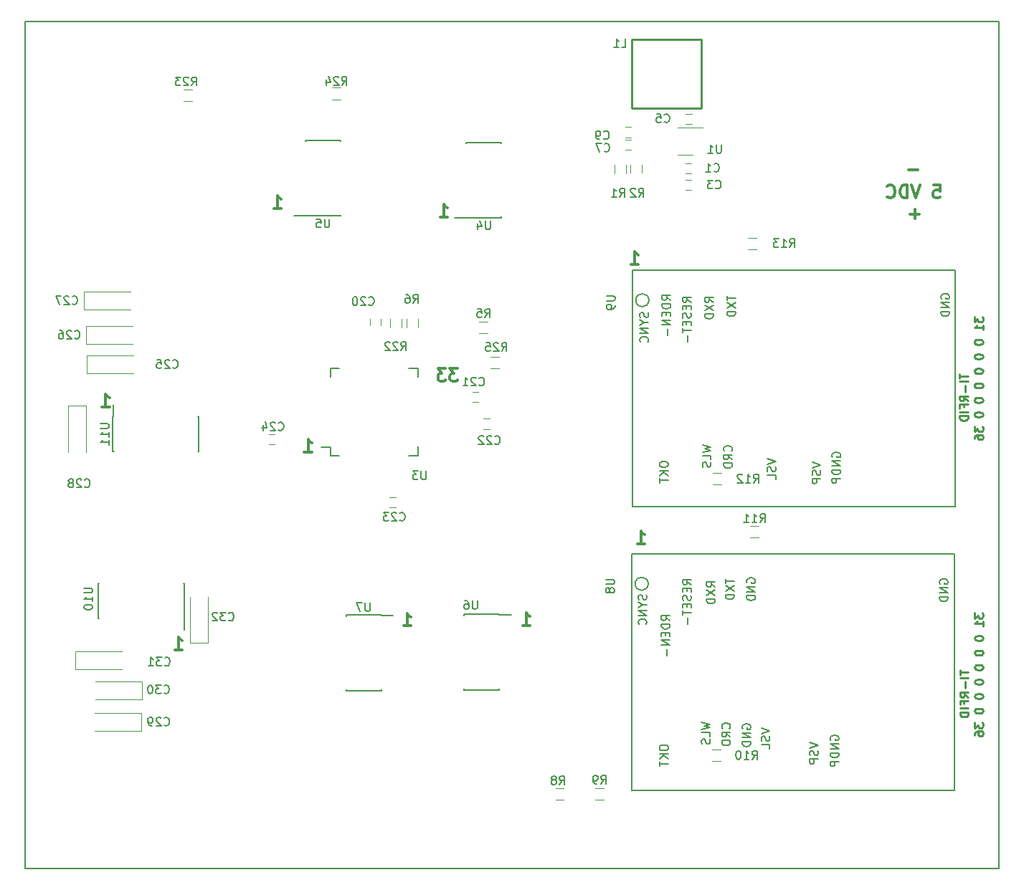
<source format=gbr>
G04 #@! TF.FileFunction,Legend,Bot*
%FSLAX46Y46*%
G04 Gerber Fmt 4.6, Leading zero omitted, Abs format (unit mm)*
G04 Created by KiCad (PCBNEW 4.0.6) date 07/10/17 08:35:26*
%MOMM*%
%LPD*%
G01*
G04 APERTURE LIST*
%ADD10C,0.100000*%
%ADD11C,0.300000*%
%ADD12C,0.250000*%
%ADD13C,0.150000*%
%ADD14C,0.120000*%
G04 APERTURE END LIST*
D10*
D11*
X173297142Y-54308571D02*
X174011428Y-54308571D01*
X174082857Y-55022857D01*
X174011428Y-54951429D01*
X173868571Y-54880000D01*
X173511428Y-54880000D01*
X173368571Y-54951429D01*
X173297142Y-55022857D01*
X173225714Y-55165714D01*
X173225714Y-55522857D01*
X173297142Y-55665714D01*
X173368571Y-55737143D01*
X173511428Y-55808571D01*
X173868571Y-55808571D01*
X174011428Y-55737143D01*
X174082857Y-55665714D01*
X171654286Y-54308571D02*
X171154286Y-55808571D01*
X170654286Y-54308571D01*
X170154286Y-55808571D02*
X170154286Y-54308571D01*
X169797143Y-54308571D01*
X169582858Y-54380000D01*
X169440000Y-54522857D01*
X169368572Y-54665714D01*
X169297143Y-54951429D01*
X169297143Y-55165714D01*
X169368572Y-55451429D01*
X169440000Y-55594286D01*
X169582858Y-55737143D01*
X169797143Y-55808571D01*
X170154286Y-55808571D01*
X167797143Y-55665714D02*
X167868572Y-55737143D01*
X168082858Y-55808571D01*
X168225715Y-55808571D01*
X168440000Y-55737143D01*
X168582858Y-55594286D01*
X168654286Y-55451429D01*
X168725715Y-55165714D01*
X168725715Y-54951429D01*
X168654286Y-54665714D01*
X168582858Y-54522857D01*
X168440000Y-54380000D01*
X168225715Y-54308571D01*
X168082858Y-54308571D01*
X167868572Y-54380000D01*
X167797143Y-54451429D01*
X171441428Y-52507143D02*
X170298571Y-52507143D01*
X171611428Y-57717143D02*
X170468571Y-57717143D01*
X171040000Y-58288571D02*
X171040000Y-57145714D01*
D12*
X176347381Y-76596192D02*
X176347381Y-77167621D01*
X177347381Y-76881906D02*
X176347381Y-76881906D01*
X177347381Y-77500954D02*
X176347381Y-77500954D01*
X176966429Y-77977144D02*
X176966429Y-78739049D01*
X177347381Y-79786668D02*
X176871190Y-79453334D01*
X177347381Y-79215239D02*
X176347381Y-79215239D01*
X176347381Y-79596192D01*
X176395000Y-79691430D01*
X176442619Y-79739049D01*
X176537857Y-79786668D01*
X176680714Y-79786668D01*
X176775952Y-79739049D01*
X176823571Y-79691430D01*
X176871190Y-79596192D01*
X176871190Y-79215239D01*
X176823571Y-80548573D02*
X176823571Y-80215239D01*
X177347381Y-80215239D02*
X176347381Y-80215239D01*
X176347381Y-80691430D01*
X177347381Y-81072382D02*
X176347381Y-81072382D01*
X177347381Y-81548572D02*
X176347381Y-81548572D01*
X176347381Y-81786667D01*
X176395000Y-81929525D01*
X176490238Y-82024763D01*
X176585476Y-82072382D01*
X176775952Y-82120001D01*
X176918810Y-82120001D01*
X177109286Y-82072382D01*
X177204524Y-82024763D01*
X177299762Y-81929525D01*
X177347381Y-81786667D01*
X177347381Y-81548572D01*
X178097381Y-69834285D02*
X178097381Y-70453333D01*
X178478333Y-70119999D01*
X178478333Y-70262857D01*
X178525952Y-70358095D01*
X178573571Y-70405714D01*
X178668810Y-70453333D01*
X178906905Y-70453333D01*
X179002143Y-70405714D01*
X179049762Y-70358095D01*
X179097381Y-70262857D01*
X179097381Y-69977142D01*
X179049762Y-69881904D01*
X179002143Y-69834285D01*
X179097381Y-71405714D02*
X179097381Y-70834285D01*
X179097381Y-71119999D02*
X178097381Y-71119999D01*
X178240238Y-71024761D01*
X178335476Y-70929523D01*
X178383095Y-70834285D01*
X178097381Y-72786666D02*
X178097381Y-72881905D01*
X178145000Y-72977143D01*
X178192619Y-73024762D01*
X178287857Y-73072381D01*
X178478333Y-73120000D01*
X178716429Y-73120000D01*
X178906905Y-73072381D01*
X179002143Y-73024762D01*
X179049762Y-72977143D01*
X179097381Y-72881905D01*
X179097381Y-72786666D01*
X179049762Y-72691428D01*
X179002143Y-72643809D01*
X178906905Y-72596190D01*
X178716429Y-72548571D01*
X178478333Y-72548571D01*
X178287857Y-72596190D01*
X178192619Y-72643809D01*
X178145000Y-72691428D01*
X178097381Y-72786666D01*
X178097381Y-74500952D02*
X178097381Y-74596191D01*
X178145000Y-74691429D01*
X178192619Y-74739048D01*
X178287857Y-74786667D01*
X178478333Y-74834286D01*
X178716429Y-74834286D01*
X178906905Y-74786667D01*
X179002143Y-74739048D01*
X179049762Y-74691429D01*
X179097381Y-74596191D01*
X179097381Y-74500952D01*
X179049762Y-74405714D01*
X179002143Y-74358095D01*
X178906905Y-74310476D01*
X178716429Y-74262857D01*
X178478333Y-74262857D01*
X178287857Y-74310476D01*
X178192619Y-74358095D01*
X178145000Y-74405714D01*
X178097381Y-74500952D01*
X178097381Y-76215238D02*
X178097381Y-76310477D01*
X178145000Y-76405715D01*
X178192619Y-76453334D01*
X178287857Y-76500953D01*
X178478333Y-76548572D01*
X178716429Y-76548572D01*
X178906905Y-76500953D01*
X179002143Y-76453334D01*
X179049762Y-76405715D01*
X179097381Y-76310477D01*
X179097381Y-76215238D01*
X179049762Y-76120000D01*
X179002143Y-76072381D01*
X178906905Y-76024762D01*
X178716429Y-75977143D01*
X178478333Y-75977143D01*
X178287857Y-76024762D01*
X178192619Y-76072381D01*
X178145000Y-76120000D01*
X178097381Y-76215238D01*
X178097381Y-77929524D02*
X178097381Y-78024763D01*
X178145000Y-78120001D01*
X178192619Y-78167620D01*
X178287857Y-78215239D01*
X178478333Y-78262858D01*
X178716429Y-78262858D01*
X178906905Y-78215239D01*
X179002143Y-78167620D01*
X179049762Y-78120001D01*
X179097381Y-78024763D01*
X179097381Y-77929524D01*
X179049762Y-77834286D01*
X179002143Y-77786667D01*
X178906905Y-77739048D01*
X178716429Y-77691429D01*
X178478333Y-77691429D01*
X178287857Y-77739048D01*
X178192619Y-77786667D01*
X178145000Y-77834286D01*
X178097381Y-77929524D01*
X178097381Y-79643810D02*
X178097381Y-79739049D01*
X178145000Y-79834287D01*
X178192619Y-79881906D01*
X178287857Y-79929525D01*
X178478333Y-79977144D01*
X178716429Y-79977144D01*
X178906905Y-79929525D01*
X179002143Y-79881906D01*
X179049762Y-79834287D01*
X179097381Y-79739049D01*
X179097381Y-79643810D01*
X179049762Y-79548572D01*
X179002143Y-79500953D01*
X178906905Y-79453334D01*
X178716429Y-79405715D01*
X178478333Y-79405715D01*
X178287857Y-79453334D01*
X178192619Y-79500953D01*
X178145000Y-79548572D01*
X178097381Y-79643810D01*
X178097381Y-81358096D02*
X178097381Y-81453335D01*
X178145000Y-81548573D01*
X178192619Y-81596192D01*
X178287857Y-81643811D01*
X178478333Y-81691430D01*
X178716429Y-81691430D01*
X178906905Y-81643811D01*
X179002143Y-81596192D01*
X179049762Y-81548573D01*
X179097381Y-81453335D01*
X179097381Y-81358096D01*
X179049762Y-81262858D01*
X179002143Y-81215239D01*
X178906905Y-81167620D01*
X178716429Y-81120001D01*
X178478333Y-81120001D01*
X178287857Y-81167620D01*
X178192619Y-81215239D01*
X178145000Y-81262858D01*
X178097381Y-81358096D01*
X178097381Y-82786668D02*
X178097381Y-83405716D01*
X178478333Y-83072382D01*
X178478333Y-83215240D01*
X178525952Y-83310478D01*
X178573571Y-83358097D01*
X178668810Y-83405716D01*
X178906905Y-83405716D01*
X179002143Y-83358097D01*
X179049762Y-83310478D01*
X179097381Y-83215240D01*
X179097381Y-82929525D01*
X179049762Y-82834287D01*
X179002143Y-82786668D01*
X178097381Y-84262859D02*
X178097381Y-84072382D01*
X178145000Y-83977144D01*
X178192619Y-83929525D01*
X178335476Y-83834287D01*
X178525952Y-83786668D01*
X178906905Y-83786668D01*
X179002143Y-83834287D01*
X179049762Y-83881906D01*
X179097381Y-83977144D01*
X179097381Y-84167621D01*
X179049762Y-84262859D01*
X179002143Y-84310478D01*
X178906905Y-84358097D01*
X178668810Y-84358097D01*
X178573571Y-84310478D01*
X178525952Y-84262859D01*
X178478333Y-84167621D01*
X178478333Y-83977144D01*
X178525952Y-83881906D01*
X178573571Y-83834287D01*
X178668810Y-83786668D01*
X176377381Y-111596192D02*
X176377381Y-112167621D01*
X177377381Y-111881906D02*
X176377381Y-111881906D01*
X177377381Y-112500954D02*
X176377381Y-112500954D01*
X176996429Y-112977144D02*
X176996429Y-113739049D01*
X177377381Y-114786668D02*
X176901190Y-114453334D01*
X177377381Y-114215239D02*
X176377381Y-114215239D01*
X176377381Y-114596192D01*
X176425000Y-114691430D01*
X176472619Y-114739049D01*
X176567857Y-114786668D01*
X176710714Y-114786668D01*
X176805952Y-114739049D01*
X176853571Y-114691430D01*
X176901190Y-114596192D01*
X176901190Y-114215239D01*
X176853571Y-115548573D02*
X176853571Y-115215239D01*
X177377381Y-115215239D02*
X176377381Y-115215239D01*
X176377381Y-115691430D01*
X177377381Y-116072382D02*
X176377381Y-116072382D01*
X177377381Y-116548572D02*
X176377381Y-116548572D01*
X176377381Y-116786667D01*
X176425000Y-116929525D01*
X176520238Y-117024763D01*
X176615476Y-117072382D01*
X176805952Y-117120001D01*
X176948810Y-117120001D01*
X177139286Y-117072382D01*
X177234524Y-117024763D01*
X177329762Y-116929525D01*
X177377381Y-116786667D01*
X177377381Y-116548572D01*
X178127381Y-104834285D02*
X178127381Y-105453333D01*
X178508333Y-105119999D01*
X178508333Y-105262857D01*
X178555952Y-105358095D01*
X178603571Y-105405714D01*
X178698810Y-105453333D01*
X178936905Y-105453333D01*
X179032143Y-105405714D01*
X179079762Y-105358095D01*
X179127381Y-105262857D01*
X179127381Y-104977142D01*
X179079762Y-104881904D01*
X179032143Y-104834285D01*
X179127381Y-106405714D02*
X179127381Y-105834285D01*
X179127381Y-106119999D02*
X178127381Y-106119999D01*
X178270238Y-106024761D01*
X178365476Y-105929523D01*
X178413095Y-105834285D01*
X178127381Y-107786666D02*
X178127381Y-107881905D01*
X178175000Y-107977143D01*
X178222619Y-108024762D01*
X178317857Y-108072381D01*
X178508333Y-108120000D01*
X178746429Y-108120000D01*
X178936905Y-108072381D01*
X179032143Y-108024762D01*
X179079762Y-107977143D01*
X179127381Y-107881905D01*
X179127381Y-107786666D01*
X179079762Y-107691428D01*
X179032143Y-107643809D01*
X178936905Y-107596190D01*
X178746429Y-107548571D01*
X178508333Y-107548571D01*
X178317857Y-107596190D01*
X178222619Y-107643809D01*
X178175000Y-107691428D01*
X178127381Y-107786666D01*
X178127381Y-109500952D02*
X178127381Y-109596191D01*
X178175000Y-109691429D01*
X178222619Y-109739048D01*
X178317857Y-109786667D01*
X178508333Y-109834286D01*
X178746429Y-109834286D01*
X178936905Y-109786667D01*
X179032143Y-109739048D01*
X179079762Y-109691429D01*
X179127381Y-109596191D01*
X179127381Y-109500952D01*
X179079762Y-109405714D01*
X179032143Y-109358095D01*
X178936905Y-109310476D01*
X178746429Y-109262857D01*
X178508333Y-109262857D01*
X178317857Y-109310476D01*
X178222619Y-109358095D01*
X178175000Y-109405714D01*
X178127381Y-109500952D01*
X178127381Y-111215238D02*
X178127381Y-111310477D01*
X178175000Y-111405715D01*
X178222619Y-111453334D01*
X178317857Y-111500953D01*
X178508333Y-111548572D01*
X178746429Y-111548572D01*
X178936905Y-111500953D01*
X179032143Y-111453334D01*
X179079762Y-111405715D01*
X179127381Y-111310477D01*
X179127381Y-111215238D01*
X179079762Y-111120000D01*
X179032143Y-111072381D01*
X178936905Y-111024762D01*
X178746429Y-110977143D01*
X178508333Y-110977143D01*
X178317857Y-111024762D01*
X178222619Y-111072381D01*
X178175000Y-111120000D01*
X178127381Y-111215238D01*
X178127381Y-112929524D02*
X178127381Y-113024763D01*
X178175000Y-113120001D01*
X178222619Y-113167620D01*
X178317857Y-113215239D01*
X178508333Y-113262858D01*
X178746429Y-113262858D01*
X178936905Y-113215239D01*
X179032143Y-113167620D01*
X179079762Y-113120001D01*
X179127381Y-113024763D01*
X179127381Y-112929524D01*
X179079762Y-112834286D01*
X179032143Y-112786667D01*
X178936905Y-112739048D01*
X178746429Y-112691429D01*
X178508333Y-112691429D01*
X178317857Y-112739048D01*
X178222619Y-112786667D01*
X178175000Y-112834286D01*
X178127381Y-112929524D01*
X178127381Y-114643810D02*
X178127381Y-114739049D01*
X178175000Y-114834287D01*
X178222619Y-114881906D01*
X178317857Y-114929525D01*
X178508333Y-114977144D01*
X178746429Y-114977144D01*
X178936905Y-114929525D01*
X179032143Y-114881906D01*
X179079762Y-114834287D01*
X179127381Y-114739049D01*
X179127381Y-114643810D01*
X179079762Y-114548572D01*
X179032143Y-114500953D01*
X178936905Y-114453334D01*
X178746429Y-114405715D01*
X178508333Y-114405715D01*
X178317857Y-114453334D01*
X178222619Y-114500953D01*
X178175000Y-114548572D01*
X178127381Y-114643810D01*
X178127381Y-116358096D02*
X178127381Y-116453335D01*
X178175000Y-116548573D01*
X178222619Y-116596192D01*
X178317857Y-116643811D01*
X178508333Y-116691430D01*
X178746429Y-116691430D01*
X178936905Y-116643811D01*
X179032143Y-116596192D01*
X179079762Y-116548573D01*
X179127381Y-116453335D01*
X179127381Y-116358096D01*
X179079762Y-116262858D01*
X179032143Y-116215239D01*
X178936905Y-116167620D01*
X178746429Y-116120001D01*
X178508333Y-116120001D01*
X178317857Y-116167620D01*
X178222619Y-116215239D01*
X178175000Y-116262858D01*
X178127381Y-116358096D01*
X178127381Y-117786668D02*
X178127381Y-118405716D01*
X178508333Y-118072382D01*
X178508333Y-118215240D01*
X178555952Y-118310478D01*
X178603571Y-118358097D01*
X178698810Y-118405716D01*
X178936905Y-118405716D01*
X179032143Y-118358097D01*
X179079762Y-118310478D01*
X179127381Y-118215240D01*
X179127381Y-117929525D01*
X179079762Y-117834287D01*
X179032143Y-117786668D01*
X178127381Y-119262859D02*
X178127381Y-119072382D01*
X178175000Y-118977144D01*
X178222619Y-118929525D01*
X178365476Y-118834287D01*
X178555952Y-118786668D01*
X178936905Y-118786668D01*
X179032143Y-118834287D01*
X179079762Y-118881906D01*
X179127381Y-118977144D01*
X179127381Y-119167621D01*
X179079762Y-119262859D01*
X179032143Y-119310478D01*
X178936905Y-119358097D01*
X178698810Y-119358097D01*
X178603571Y-119310478D01*
X178555952Y-119262859D01*
X178508333Y-119167621D01*
X178508333Y-118977144D01*
X178555952Y-118881906D01*
X178603571Y-118834287D01*
X178698810Y-118786668D01*
D11*
X117094285Y-75978571D02*
X116165714Y-75978571D01*
X116665714Y-76550000D01*
X116451428Y-76550000D01*
X116308571Y-76621429D01*
X116237142Y-76692857D01*
X116165714Y-76835714D01*
X116165714Y-77192857D01*
X116237142Y-77335714D01*
X116308571Y-77407143D01*
X116451428Y-77478571D01*
X116880000Y-77478571D01*
X117022857Y-77407143D01*
X117094285Y-77335714D01*
X115665714Y-75978571D02*
X114737143Y-75978571D01*
X115237143Y-76550000D01*
X115022857Y-76550000D01*
X114880000Y-76621429D01*
X114808571Y-76692857D01*
X114737143Y-76835714D01*
X114737143Y-77192857D01*
X114808571Y-77335714D01*
X114880000Y-77407143D01*
X115022857Y-77478571D01*
X115451429Y-77478571D01*
X115594286Y-77407143D01*
X115665714Y-77335714D01*
X115031428Y-58068571D02*
X115888571Y-58068571D01*
X115459999Y-58068571D02*
X115459999Y-56568571D01*
X115602856Y-56782857D01*
X115745714Y-56925714D01*
X115888571Y-56997143D01*
X95411428Y-57048571D02*
X96268571Y-57048571D01*
X95839999Y-57048571D02*
X95839999Y-55548571D01*
X95982856Y-55762857D01*
X96125714Y-55905714D01*
X96268571Y-55977143D01*
X110671428Y-106368571D02*
X111528571Y-106368571D01*
X111099999Y-106368571D02*
X111099999Y-104868571D01*
X111242856Y-105082857D01*
X111385714Y-105225714D01*
X111528571Y-105297143D01*
X124791428Y-106338571D02*
X125648571Y-106338571D01*
X125219999Y-106338571D02*
X125219999Y-104838571D01*
X125362856Y-105052857D01*
X125505714Y-105195714D01*
X125648571Y-105267143D01*
X83721428Y-109208571D02*
X84578571Y-109208571D01*
X84149999Y-109208571D02*
X84149999Y-107708571D01*
X84292856Y-107922857D01*
X84435714Y-108065714D01*
X84578571Y-108137143D01*
X75101428Y-80478571D02*
X75958571Y-80478571D01*
X75529999Y-80478571D02*
X75529999Y-78978571D01*
X75672856Y-79192857D01*
X75815714Y-79335714D01*
X75958571Y-79407143D01*
X98981428Y-85808571D02*
X99838571Y-85808571D01*
X99409999Y-85808571D02*
X99409999Y-84308571D01*
X99552856Y-84522857D01*
X99695714Y-84665714D01*
X99838571Y-84737143D01*
X138291428Y-96648571D02*
X139148571Y-96648571D01*
X138719999Y-96648571D02*
X138719999Y-95148571D01*
X138862856Y-95362857D01*
X139005714Y-95505714D01*
X139148571Y-95577143D01*
X137581428Y-63638571D02*
X138438571Y-63638571D01*
X138009999Y-63638571D02*
X138009999Y-62138571D01*
X138152856Y-62352857D01*
X138295714Y-62495714D01*
X138438571Y-62567143D01*
D13*
X66000000Y-35000000D02*
X66000000Y-135000000D01*
X66000000Y-135000000D02*
X181000000Y-135000000D01*
X181000000Y-35000000D02*
X181000000Y-135000000D01*
X66000000Y-35000000D02*
X181000000Y-35000000D01*
X118095000Y-58150000D02*
X118095000Y-58125000D01*
X122245000Y-58150000D02*
X122245000Y-58035000D01*
X122245000Y-49250000D02*
X122245000Y-49365000D01*
X118095000Y-49250000D02*
X118095000Y-49365000D01*
X118095000Y-58150000D02*
X122245000Y-58150000D01*
X118095000Y-49250000D02*
X122245000Y-49250000D01*
X118095000Y-58125000D02*
X116720000Y-58125000D01*
X122015000Y-105020000D02*
X122015000Y-105045000D01*
X117865000Y-105020000D02*
X117865000Y-105135000D01*
X117865000Y-113920000D02*
X117865000Y-113805000D01*
X122015000Y-113920000D02*
X122015000Y-113805000D01*
X122015000Y-105020000D02*
X117865000Y-105020000D01*
X122015000Y-113920000D02*
X117865000Y-113920000D01*
X122015000Y-105045000D02*
X123390000Y-105045000D01*
X108065000Y-105100000D02*
X108065000Y-105125000D01*
X103915000Y-105100000D02*
X103915000Y-105215000D01*
X103915000Y-114000000D02*
X103915000Y-113885000D01*
X108065000Y-114000000D02*
X108065000Y-113885000D01*
X108065000Y-105100000D02*
X103915000Y-105100000D01*
X108065000Y-114000000D02*
X103915000Y-114000000D01*
X108065000Y-105125000D02*
X109440000Y-105125000D01*
X102035000Y-86255000D02*
X102035000Y-85255000D01*
X112385000Y-86255000D02*
X112385000Y-85180000D01*
X112385000Y-75905000D02*
X112385000Y-76980000D01*
X102035000Y-75905000D02*
X102035000Y-76980000D01*
X102035000Y-86255000D02*
X103110000Y-86255000D01*
X102035000Y-75905000D02*
X103110000Y-75905000D01*
X112385000Y-75905000D02*
X111310000Y-75905000D01*
X112385000Y-86255000D02*
X111310000Y-86255000D01*
X102035000Y-85255000D02*
X101010000Y-85255000D01*
D14*
X143990000Y-52890000D02*
X144690000Y-52890000D01*
X144690000Y-51690000D02*
X143990000Y-51690000D01*
X144690000Y-53660000D02*
X143990000Y-53660000D01*
X143990000Y-54860000D02*
X144690000Y-54860000D01*
X144710000Y-45880000D02*
X144010000Y-45880000D01*
X144010000Y-47080000D02*
X144710000Y-47080000D01*
X136870000Y-50110000D02*
X137570000Y-50110000D01*
X137570000Y-48910000D02*
X136870000Y-48910000D01*
X136870000Y-48650000D02*
X137570000Y-48650000D01*
X137570000Y-47450000D02*
X136870000Y-47450000D01*
X107970000Y-70840000D02*
X107970000Y-70140000D01*
X106770000Y-70140000D02*
X106770000Y-70840000D01*
X118810000Y-79950000D02*
X119510000Y-79950000D01*
X119510000Y-78750000D02*
X118810000Y-78750000D01*
X120150000Y-83110000D02*
X120850000Y-83110000D01*
X120850000Y-81910000D02*
X120150000Y-81910000D01*
X109050000Y-92340000D02*
X109750000Y-92340000D01*
X109750000Y-91140000D02*
X109050000Y-91140000D01*
X95500000Y-83730000D02*
X94800000Y-83730000D01*
X94800000Y-84930000D02*
X95500000Y-84930000D01*
X73330000Y-76550000D02*
X78830000Y-76550000D01*
X73330000Y-74450000D02*
X78830000Y-74450000D01*
X73330000Y-76550000D02*
X73330000Y-74450000D01*
X73170000Y-73080000D02*
X78670000Y-73080000D01*
X73170000Y-70980000D02*
X78670000Y-70980000D01*
X73170000Y-73080000D02*
X73170000Y-70980000D01*
X72920000Y-68990000D02*
X78420000Y-68990000D01*
X72920000Y-66890000D02*
X78420000Y-66890000D01*
X72920000Y-68990000D02*
X72920000Y-66890000D01*
X71100000Y-80360000D02*
X71100000Y-85860000D01*
X73200000Y-80360000D02*
X73200000Y-85860000D01*
X71100000Y-80360000D02*
X73200000Y-80360000D01*
X79730000Y-116690000D02*
X74230000Y-116690000D01*
X79730000Y-118790000D02*
X74230000Y-118790000D01*
X79730000Y-116690000D02*
X79730000Y-118790000D01*
X79810000Y-112920000D02*
X74310000Y-112920000D01*
X79810000Y-115020000D02*
X74310000Y-115020000D01*
X79810000Y-112920000D02*
X79810000Y-115020000D01*
X71960000Y-111500000D02*
X77460000Y-111500000D01*
X71960000Y-109400000D02*
X77460000Y-109400000D01*
X71960000Y-111500000D02*
X71960000Y-109400000D01*
X87580000Y-108410000D02*
X87580000Y-102910000D01*
X85480000Y-108410000D02*
X85480000Y-102910000D01*
X87580000Y-108410000D02*
X85480000Y-108410000D01*
D12*
X137626000Y-37116000D02*
X137626000Y-45244000D01*
X137626000Y-45244000D02*
X145881000Y-45244000D01*
X145881000Y-45244000D02*
X145881000Y-37116000D01*
X145881000Y-37116000D02*
X137626000Y-37116000D01*
D14*
X136950000Y-52880000D02*
X136950000Y-51880000D01*
X135590000Y-51880000D02*
X135590000Y-52880000D01*
X137490000Y-51870000D02*
X137490000Y-52870000D01*
X138850000Y-52870000D02*
X138850000Y-51870000D01*
X119642000Y-71800000D02*
X120642000Y-71800000D01*
X120642000Y-70440000D02*
X119642000Y-70440000D01*
X111080000Y-70112000D02*
X111080000Y-71112000D01*
X112440000Y-71112000D02*
X112440000Y-70112000D01*
X128630000Y-126950000D02*
X129630000Y-126950000D01*
X129630000Y-125590000D02*
X128630000Y-125590000D01*
X133310000Y-126950000D02*
X134310000Y-126950000D01*
X134310000Y-125590000D02*
X133310000Y-125590000D01*
X148150000Y-121000000D02*
X147150000Y-121000000D01*
X147150000Y-122360000D02*
X148150000Y-122360000D01*
X152646000Y-94570000D02*
X151646000Y-94570000D01*
X151646000Y-95930000D02*
X152646000Y-95930000D01*
X148240000Y-88330000D02*
X147240000Y-88330000D01*
X147240000Y-89690000D02*
X148240000Y-89690000D01*
X152330000Y-60500000D02*
X151330000Y-60500000D01*
X151330000Y-61860000D02*
X152330000Y-61860000D01*
X144870000Y-50680000D02*
X143070000Y-50680000D01*
X143070000Y-47460000D02*
X146020000Y-47460000D01*
D13*
X139585511Y-101396000D02*
G75*
G03X139585511Y-101396000I-772511J0D01*
G01*
X137670000Y-97840000D02*
X137670000Y-125780000D01*
X137670000Y-125780000D02*
X175770000Y-125780000D01*
X175770000Y-125780000D02*
X175770000Y-97840000D01*
X175770000Y-97840000D02*
X137670000Y-97840000D01*
X139655511Y-67896000D02*
G75*
G03X139655511Y-67896000I-772511J0D01*
G01*
X137740000Y-64340000D02*
X137740000Y-92280000D01*
X137740000Y-92280000D02*
X175840000Y-92280000D01*
X175840000Y-92280000D02*
X175840000Y-64340000D01*
X175840000Y-64340000D02*
X137740000Y-64340000D01*
D14*
X110500000Y-71120000D02*
X110500000Y-70120000D01*
X109140000Y-70120000D02*
X109140000Y-71120000D01*
X84750000Y-44330000D02*
X85750000Y-44330000D01*
X85750000Y-42970000D02*
X84750000Y-42970000D01*
X103260000Y-42790000D02*
X102260000Y-42790000D01*
X102260000Y-44150000D02*
X103260000Y-44150000D01*
X120970000Y-75920000D02*
X121970000Y-75920000D01*
X121970000Y-74560000D02*
X120970000Y-74560000D01*
D13*
X84815000Y-105455000D02*
X84790000Y-105455000D01*
X84815000Y-101305000D02*
X84710000Y-101305000D01*
X74665000Y-101305000D02*
X74770000Y-101305000D01*
X74665000Y-105455000D02*
X74770000Y-105455000D01*
X84815000Y-105455000D02*
X84815000Y-101305000D01*
X74665000Y-105455000D02*
X74665000Y-101305000D01*
X84790000Y-105455000D02*
X84790000Y-106830000D01*
X76365000Y-81625000D02*
X76390000Y-81625000D01*
X76365000Y-85775000D02*
X76470000Y-85775000D01*
X86515000Y-85775000D02*
X86410000Y-85775000D01*
X86515000Y-81625000D02*
X86410000Y-81625000D01*
X76365000Y-81625000D02*
X76365000Y-85775000D01*
X86515000Y-81625000D02*
X86515000Y-85775000D01*
X76390000Y-81625000D02*
X76390000Y-80250000D01*
X99105000Y-57920000D02*
X99105000Y-57895000D01*
X103255000Y-57920000D02*
X103255000Y-57805000D01*
X103255000Y-49020000D02*
X103255000Y-49135000D01*
X99105000Y-49020000D02*
X99105000Y-49135000D01*
X99105000Y-57920000D02*
X103255000Y-57920000D01*
X99105000Y-49020000D02*
X103255000Y-49020000D01*
X99105000Y-57895000D02*
X97730000Y-57895000D01*
X120931905Y-58527381D02*
X120931905Y-59336905D01*
X120884286Y-59432143D01*
X120836667Y-59479762D01*
X120741429Y-59527381D01*
X120550952Y-59527381D01*
X120455714Y-59479762D01*
X120408095Y-59432143D01*
X120360476Y-59336905D01*
X120360476Y-58527381D01*
X119455714Y-58860714D02*
X119455714Y-59527381D01*
X119693810Y-58479762D02*
X119931905Y-59194048D01*
X119312857Y-59194048D01*
X119401905Y-103392381D02*
X119401905Y-104201905D01*
X119354286Y-104297143D01*
X119306667Y-104344762D01*
X119211429Y-104392381D01*
X119020952Y-104392381D01*
X118925714Y-104344762D01*
X118878095Y-104297143D01*
X118830476Y-104201905D01*
X118830476Y-103392381D01*
X117925714Y-103392381D02*
X118116191Y-103392381D01*
X118211429Y-103440000D01*
X118259048Y-103487619D01*
X118354286Y-103630476D01*
X118401905Y-103820952D01*
X118401905Y-104201905D01*
X118354286Y-104297143D01*
X118306667Y-104344762D01*
X118211429Y-104392381D01*
X118020952Y-104392381D01*
X117925714Y-104344762D01*
X117878095Y-104297143D01*
X117830476Y-104201905D01*
X117830476Y-103963810D01*
X117878095Y-103868571D01*
X117925714Y-103820952D01*
X118020952Y-103773333D01*
X118211429Y-103773333D01*
X118306667Y-103820952D01*
X118354286Y-103868571D01*
X118401905Y-103963810D01*
X106751905Y-103627381D02*
X106751905Y-104436905D01*
X106704286Y-104532143D01*
X106656667Y-104579762D01*
X106561429Y-104627381D01*
X106370952Y-104627381D01*
X106275714Y-104579762D01*
X106228095Y-104532143D01*
X106180476Y-104436905D01*
X106180476Y-103627381D01*
X105799524Y-103627381D02*
X105132857Y-103627381D01*
X105561429Y-104627381D01*
X113351905Y-88072381D02*
X113351905Y-88881905D01*
X113304286Y-88977143D01*
X113256667Y-89024762D01*
X113161429Y-89072381D01*
X112970952Y-89072381D01*
X112875714Y-89024762D01*
X112828095Y-88977143D01*
X112780476Y-88881905D01*
X112780476Y-88072381D01*
X112399524Y-88072381D02*
X111780476Y-88072381D01*
X112113810Y-88453333D01*
X111970952Y-88453333D01*
X111875714Y-88500952D01*
X111828095Y-88548571D01*
X111780476Y-88643810D01*
X111780476Y-88881905D01*
X111828095Y-88977143D01*
X111875714Y-89024762D01*
X111970952Y-89072381D01*
X112256667Y-89072381D01*
X112351905Y-89024762D01*
X112399524Y-88977143D01*
X147346666Y-52637143D02*
X147394285Y-52684762D01*
X147537142Y-52732381D01*
X147632380Y-52732381D01*
X147775238Y-52684762D01*
X147870476Y-52589524D01*
X147918095Y-52494286D01*
X147965714Y-52303810D01*
X147965714Y-52160952D01*
X147918095Y-51970476D01*
X147870476Y-51875238D01*
X147775238Y-51780000D01*
X147632380Y-51732381D01*
X147537142Y-51732381D01*
X147394285Y-51780000D01*
X147346666Y-51827619D01*
X146394285Y-52732381D02*
X146965714Y-52732381D01*
X146680000Y-52732381D02*
X146680000Y-51732381D01*
X146775238Y-51875238D01*
X146870476Y-51970476D01*
X146965714Y-52018095D01*
X147526666Y-54627143D02*
X147574285Y-54674762D01*
X147717142Y-54722381D01*
X147812380Y-54722381D01*
X147955238Y-54674762D01*
X148050476Y-54579524D01*
X148098095Y-54484286D01*
X148145714Y-54293810D01*
X148145714Y-54150952D01*
X148098095Y-53960476D01*
X148050476Y-53865238D01*
X147955238Y-53770000D01*
X147812380Y-53722381D01*
X147717142Y-53722381D01*
X147574285Y-53770000D01*
X147526666Y-53817619D01*
X147193333Y-53722381D02*
X146574285Y-53722381D01*
X146907619Y-54103333D01*
X146764761Y-54103333D01*
X146669523Y-54150952D01*
X146621904Y-54198571D01*
X146574285Y-54293810D01*
X146574285Y-54531905D01*
X146621904Y-54627143D01*
X146669523Y-54674762D01*
X146764761Y-54722381D01*
X147050476Y-54722381D01*
X147145714Y-54674762D01*
X147193333Y-54627143D01*
X141476666Y-46787143D02*
X141524285Y-46834762D01*
X141667142Y-46882381D01*
X141762380Y-46882381D01*
X141905238Y-46834762D01*
X142000476Y-46739524D01*
X142048095Y-46644286D01*
X142095714Y-46453810D01*
X142095714Y-46310952D01*
X142048095Y-46120476D01*
X142000476Y-46025238D01*
X141905238Y-45930000D01*
X141762380Y-45882381D01*
X141667142Y-45882381D01*
X141524285Y-45930000D01*
X141476666Y-45977619D01*
X140571904Y-45882381D02*
X141048095Y-45882381D01*
X141095714Y-46358571D01*
X141048095Y-46310952D01*
X140952857Y-46263333D01*
X140714761Y-46263333D01*
X140619523Y-46310952D01*
X140571904Y-46358571D01*
X140524285Y-46453810D01*
X140524285Y-46691905D01*
X140571904Y-46787143D01*
X140619523Y-46834762D01*
X140714761Y-46882381D01*
X140952857Y-46882381D01*
X141048095Y-46834762D01*
X141095714Y-46787143D01*
X134396666Y-50257143D02*
X134444285Y-50304762D01*
X134587142Y-50352381D01*
X134682380Y-50352381D01*
X134825238Y-50304762D01*
X134920476Y-50209524D01*
X134968095Y-50114286D01*
X135015714Y-49923810D01*
X135015714Y-49780952D01*
X134968095Y-49590476D01*
X134920476Y-49495238D01*
X134825238Y-49400000D01*
X134682380Y-49352381D01*
X134587142Y-49352381D01*
X134444285Y-49400000D01*
X134396666Y-49447619D01*
X134063333Y-49352381D02*
X133396666Y-49352381D01*
X133825238Y-50352381D01*
X134326666Y-48787143D02*
X134374285Y-48834762D01*
X134517142Y-48882381D01*
X134612380Y-48882381D01*
X134755238Y-48834762D01*
X134850476Y-48739524D01*
X134898095Y-48644286D01*
X134945714Y-48453810D01*
X134945714Y-48310952D01*
X134898095Y-48120476D01*
X134850476Y-48025238D01*
X134755238Y-47930000D01*
X134612380Y-47882381D01*
X134517142Y-47882381D01*
X134374285Y-47930000D01*
X134326666Y-47977619D01*
X133850476Y-48882381D02*
X133660000Y-48882381D01*
X133564761Y-48834762D01*
X133517142Y-48787143D01*
X133421904Y-48644286D01*
X133374285Y-48453810D01*
X133374285Y-48072857D01*
X133421904Y-47977619D01*
X133469523Y-47930000D01*
X133564761Y-47882381D01*
X133755238Y-47882381D01*
X133850476Y-47930000D01*
X133898095Y-47977619D01*
X133945714Y-48072857D01*
X133945714Y-48310952D01*
X133898095Y-48406190D01*
X133850476Y-48453810D01*
X133755238Y-48501429D01*
X133564761Y-48501429D01*
X133469523Y-48453810D01*
X133421904Y-48406190D01*
X133374285Y-48310952D01*
X106582857Y-68407143D02*
X106630476Y-68454762D01*
X106773333Y-68502381D01*
X106868571Y-68502381D01*
X107011429Y-68454762D01*
X107106667Y-68359524D01*
X107154286Y-68264286D01*
X107201905Y-68073810D01*
X107201905Y-67930952D01*
X107154286Y-67740476D01*
X107106667Y-67645238D01*
X107011429Y-67550000D01*
X106868571Y-67502381D01*
X106773333Y-67502381D01*
X106630476Y-67550000D01*
X106582857Y-67597619D01*
X106201905Y-67597619D02*
X106154286Y-67550000D01*
X106059048Y-67502381D01*
X105820952Y-67502381D01*
X105725714Y-67550000D01*
X105678095Y-67597619D01*
X105630476Y-67692857D01*
X105630476Y-67788095D01*
X105678095Y-67930952D01*
X106249524Y-68502381D01*
X105630476Y-68502381D01*
X105011429Y-67502381D02*
X104916190Y-67502381D01*
X104820952Y-67550000D01*
X104773333Y-67597619D01*
X104725714Y-67692857D01*
X104678095Y-67883333D01*
X104678095Y-68121429D01*
X104725714Y-68311905D01*
X104773333Y-68407143D01*
X104820952Y-68454762D01*
X104916190Y-68502381D01*
X105011429Y-68502381D01*
X105106667Y-68454762D01*
X105154286Y-68407143D01*
X105201905Y-68311905D01*
X105249524Y-68121429D01*
X105249524Y-67883333D01*
X105201905Y-67692857D01*
X105154286Y-67597619D01*
X105106667Y-67550000D01*
X105011429Y-67502381D01*
X119612857Y-77907143D02*
X119660476Y-77954762D01*
X119803333Y-78002381D01*
X119898571Y-78002381D01*
X120041429Y-77954762D01*
X120136667Y-77859524D01*
X120184286Y-77764286D01*
X120231905Y-77573810D01*
X120231905Y-77430952D01*
X120184286Y-77240476D01*
X120136667Y-77145238D01*
X120041429Y-77050000D01*
X119898571Y-77002381D01*
X119803333Y-77002381D01*
X119660476Y-77050000D01*
X119612857Y-77097619D01*
X119231905Y-77097619D02*
X119184286Y-77050000D01*
X119089048Y-77002381D01*
X118850952Y-77002381D01*
X118755714Y-77050000D01*
X118708095Y-77097619D01*
X118660476Y-77192857D01*
X118660476Y-77288095D01*
X118708095Y-77430952D01*
X119279524Y-78002381D01*
X118660476Y-78002381D01*
X117708095Y-78002381D02*
X118279524Y-78002381D01*
X117993810Y-78002381D02*
X117993810Y-77002381D01*
X118089048Y-77145238D01*
X118184286Y-77240476D01*
X118279524Y-77288095D01*
X121462857Y-84827143D02*
X121510476Y-84874762D01*
X121653333Y-84922381D01*
X121748571Y-84922381D01*
X121891429Y-84874762D01*
X121986667Y-84779524D01*
X122034286Y-84684286D01*
X122081905Y-84493810D01*
X122081905Y-84350952D01*
X122034286Y-84160476D01*
X121986667Y-84065238D01*
X121891429Y-83970000D01*
X121748571Y-83922381D01*
X121653333Y-83922381D01*
X121510476Y-83970000D01*
X121462857Y-84017619D01*
X121081905Y-84017619D02*
X121034286Y-83970000D01*
X120939048Y-83922381D01*
X120700952Y-83922381D01*
X120605714Y-83970000D01*
X120558095Y-84017619D01*
X120510476Y-84112857D01*
X120510476Y-84208095D01*
X120558095Y-84350952D01*
X121129524Y-84922381D01*
X120510476Y-84922381D01*
X120129524Y-84017619D02*
X120081905Y-83970000D01*
X119986667Y-83922381D01*
X119748571Y-83922381D01*
X119653333Y-83970000D01*
X119605714Y-84017619D01*
X119558095Y-84112857D01*
X119558095Y-84208095D01*
X119605714Y-84350952D01*
X120177143Y-84922381D01*
X119558095Y-84922381D01*
X110232857Y-93867143D02*
X110280476Y-93914762D01*
X110423333Y-93962381D01*
X110518571Y-93962381D01*
X110661429Y-93914762D01*
X110756667Y-93819524D01*
X110804286Y-93724286D01*
X110851905Y-93533810D01*
X110851905Y-93390952D01*
X110804286Y-93200476D01*
X110756667Y-93105238D01*
X110661429Y-93010000D01*
X110518571Y-92962381D01*
X110423333Y-92962381D01*
X110280476Y-93010000D01*
X110232857Y-93057619D01*
X109851905Y-93057619D02*
X109804286Y-93010000D01*
X109709048Y-92962381D01*
X109470952Y-92962381D01*
X109375714Y-93010000D01*
X109328095Y-93057619D01*
X109280476Y-93152857D01*
X109280476Y-93248095D01*
X109328095Y-93390952D01*
X109899524Y-93962381D01*
X109280476Y-93962381D01*
X108947143Y-92962381D02*
X108328095Y-92962381D01*
X108661429Y-93343333D01*
X108518571Y-93343333D01*
X108423333Y-93390952D01*
X108375714Y-93438571D01*
X108328095Y-93533810D01*
X108328095Y-93771905D01*
X108375714Y-93867143D01*
X108423333Y-93914762D01*
X108518571Y-93962381D01*
X108804286Y-93962381D01*
X108899524Y-93914762D01*
X108947143Y-93867143D01*
X95912857Y-83197143D02*
X95960476Y-83244762D01*
X96103333Y-83292381D01*
X96198571Y-83292381D01*
X96341429Y-83244762D01*
X96436667Y-83149524D01*
X96484286Y-83054286D01*
X96531905Y-82863810D01*
X96531905Y-82720952D01*
X96484286Y-82530476D01*
X96436667Y-82435238D01*
X96341429Y-82340000D01*
X96198571Y-82292381D01*
X96103333Y-82292381D01*
X95960476Y-82340000D01*
X95912857Y-82387619D01*
X95531905Y-82387619D02*
X95484286Y-82340000D01*
X95389048Y-82292381D01*
X95150952Y-82292381D01*
X95055714Y-82340000D01*
X95008095Y-82387619D01*
X94960476Y-82482857D01*
X94960476Y-82578095D01*
X95008095Y-82720952D01*
X95579524Y-83292381D01*
X94960476Y-83292381D01*
X94103333Y-82625714D02*
X94103333Y-83292381D01*
X94341429Y-82244762D02*
X94579524Y-82959048D01*
X93960476Y-82959048D01*
X83432857Y-75827143D02*
X83480476Y-75874762D01*
X83623333Y-75922381D01*
X83718571Y-75922381D01*
X83861429Y-75874762D01*
X83956667Y-75779524D01*
X84004286Y-75684286D01*
X84051905Y-75493810D01*
X84051905Y-75350952D01*
X84004286Y-75160476D01*
X83956667Y-75065238D01*
X83861429Y-74970000D01*
X83718571Y-74922381D01*
X83623333Y-74922381D01*
X83480476Y-74970000D01*
X83432857Y-75017619D01*
X83051905Y-75017619D02*
X83004286Y-74970000D01*
X82909048Y-74922381D01*
X82670952Y-74922381D01*
X82575714Y-74970000D01*
X82528095Y-75017619D01*
X82480476Y-75112857D01*
X82480476Y-75208095D01*
X82528095Y-75350952D01*
X83099524Y-75922381D01*
X82480476Y-75922381D01*
X81575714Y-74922381D02*
X82051905Y-74922381D01*
X82099524Y-75398571D01*
X82051905Y-75350952D01*
X81956667Y-75303333D01*
X81718571Y-75303333D01*
X81623333Y-75350952D01*
X81575714Y-75398571D01*
X81528095Y-75493810D01*
X81528095Y-75731905D01*
X81575714Y-75827143D01*
X81623333Y-75874762D01*
X81718571Y-75922381D01*
X81956667Y-75922381D01*
X82051905Y-75874762D01*
X82099524Y-75827143D01*
X71862857Y-72357143D02*
X71910476Y-72404762D01*
X72053333Y-72452381D01*
X72148571Y-72452381D01*
X72291429Y-72404762D01*
X72386667Y-72309524D01*
X72434286Y-72214286D01*
X72481905Y-72023810D01*
X72481905Y-71880952D01*
X72434286Y-71690476D01*
X72386667Y-71595238D01*
X72291429Y-71500000D01*
X72148571Y-71452381D01*
X72053333Y-71452381D01*
X71910476Y-71500000D01*
X71862857Y-71547619D01*
X71481905Y-71547619D02*
X71434286Y-71500000D01*
X71339048Y-71452381D01*
X71100952Y-71452381D01*
X71005714Y-71500000D01*
X70958095Y-71547619D01*
X70910476Y-71642857D01*
X70910476Y-71738095D01*
X70958095Y-71880952D01*
X71529524Y-72452381D01*
X70910476Y-72452381D01*
X70053333Y-71452381D02*
X70243810Y-71452381D01*
X70339048Y-71500000D01*
X70386667Y-71547619D01*
X70481905Y-71690476D01*
X70529524Y-71880952D01*
X70529524Y-72261905D01*
X70481905Y-72357143D01*
X70434286Y-72404762D01*
X70339048Y-72452381D01*
X70148571Y-72452381D01*
X70053333Y-72404762D01*
X70005714Y-72357143D01*
X69958095Y-72261905D01*
X69958095Y-72023810D01*
X70005714Y-71928571D01*
X70053333Y-71880952D01*
X70148571Y-71833333D01*
X70339048Y-71833333D01*
X70434286Y-71880952D01*
X70481905Y-71928571D01*
X70529524Y-72023810D01*
X71562857Y-68297143D02*
X71610476Y-68344762D01*
X71753333Y-68392381D01*
X71848571Y-68392381D01*
X71991429Y-68344762D01*
X72086667Y-68249524D01*
X72134286Y-68154286D01*
X72181905Y-67963810D01*
X72181905Y-67820952D01*
X72134286Y-67630476D01*
X72086667Y-67535238D01*
X71991429Y-67440000D01*
X71848571Y-67392381D01*
X71753333Y-67392381D01*
X71610476Y-67440000D01*
X71562857Y-67487619D01*
X71181905Y-67487619D02*
X71134286Y-67440000D01*
X71039048Y-67392381D01*
X70800952Y-67392381D01*
X70705714Y-67440000D01*
X70658095Y-67487619D01*
X70610476Y-67582857D01*
X70610476Y-67678095D01*
X70658095Y-67820952D01*
X71229524Y-68392381D01*
X70610476Y-68392381D01*
X70277143Y-67392381D02*
X69610476Y-67392381D01*
X70039048Y-68392381D01*
X73032857Y-89927143D02*
X73080476Y-89974762D01*
X73223333Y-90022381D01*
X73318571Y-90022381D01*
X73461429Y-89974762D01*
X73556667Y-89879524D01*
X73604286Y-89784286D01*
X73651905Y-89593810D01*
X73651905Y-89450952D01*
X73604286Y-89260476D01*
X73556667Y-89165238D01*
X73461429Y-89070000D01*
X73318571Y-89022381D01*
X73223333Y-89022381D01*
X73080476Y-89070000D01*
X73032857Y-89117619D01*
X72651905Y-89117619D02*
X72604286Y-89070000D01*
X72509048Y-89022381D01*
X72270952Y-89022381D01*
X72175714Y-89070000D01*
X72128095Y-89117619D01*
X72080476Y-89212857D01*
X72080476Y-89308095D01*
X72128095Y-89450952D01*
X72699524Y-90022381D01*
X72080476Y-90022381D01*
X71509048Y-89450952D02*
X71604286Y-89403333D01*
X71651905Y-89355714D01*
X71699524Y-89260476D01*
X71699524Y-89212857D01*
X71651905Y-89117619D01*
X71604286Y-89070000D01*
X71509048Y-89022381D01*
X71318571Y-89022381D01*
X71223333Y-89070000D01*
X71175714Y-89117619D01*
X71128095Y-89212857D01*
X71128095Y-89260476D01*
X71175714Y-89355714D01*
X71223333Y-89403333D01*
X71318571Y-89450952D01*
X71509048Y-89450952D01*
X71604286Y-89498571D01*
X71651905Y-89546190D01*
X71699524Y-89641429D01*
X71699524Y-89831905D01*
X71651905Y-89927143D01*
X71604286Y-89974762D01*
X71509048Y-90022381D01*
X71318571Y-90022381D01*
X71223333Y-89974762D01*
X71175714Y-89927143D01*
X71128095Y-89831905D01*
X71128095Y-89641429D01*
X71175714Y-89546190D01*
X71223333Y-89498571D01*
X71318571Y-89450952D01*
X82422857Y-118097143D02*
X82470476Y-118144762D01*
X82613333Y-118192381D01*
X82708571Y-118192381D01*
X82851429Y-118144762D01*
X82946667Y-118049524D01*
X82994286Y-117954286D01*
X83041905Y-117763810D01*
X83041905Y-117620952D01*
X82994286Y-117430476D01*
X82946667Y-117335238D01*
X82851429Y-117240000D01*
X82708571Y-117192381D01*
X82613333Y-117192381D01*
X82470476Y-117240000D01*
X82422857Y-117287619D01*
X82041905Y-117287619D02*
X81994286Y-117240000D01*
X81899048Y-117192381D01*
X81660952Y-117192381D01*
X81565714Y-117240000D01*
X81518095Y-117287619D01*
X81470476Y-117382857D01*
X81470476Y-117478095D01*
X81518095Y-117620952D01*
X82089524Y-118192381D01*
X81470476Y-118192381D01*
X80994286Y-118192381D02*
X80803810Y-118192381D01*
X80708571Y-118144762D01*
X80660952Y-118097143D01*
X80565714Y-117954286D01*
X80518095Y-117763810D01*
X80518095Y-117382857D01*
X80565714Y-117287619D01*
X80613333Y-117240000D01*
X80708571Y-117192381D01*
X80899048Y-117192381D01*
X80994286Y-117240000D01*
X81041905Y-117287619D01*
X81089524Y-117382857D01*
X81089524Y-117620952D01*
X81041905Y-117716190D01*
X80994286Y-117763810D01*
X80899048Y-117811429D01*
X80708571Y-117811429D01*
X80613333Y-117763810D01*
X80565714Y-117716190D01*
X80518095Y-117620952D01*
X82392857Y-114287143D02*
X82440476Y-114334762D01*
X82583333Y-114382381D01*
X82678571Y-114382381D01*
X82821429Y-114334762D01*
X82916667Y-114239524D01*
X82964286Y-114144286D01*
X83011905Y-113953810D01*
X83011905Y-113810952D01*
X82964286Y-113620476D01*
X82916667Y-113525238D01*
X82821429Y-113430000D01*
X82678571Y-113382381D01*
X82583333Y-113382381D01*
X82440476Y-113430000D01*
X82392857Y-113477619D01*
X82059524Y-113382381D02*
X81440476Y-113382381D01*
X81773810Y-113763333D01*
X81630952Y-113763333D01*
X81535714Y-113810952D01*
X81488095Y-113858571D01*
X81440476Y-113953810D01*
X81440476Y-114191905D01*
X81488095Y-114287143D01*
X81535714Y-114334762D01*
X81630952Y-114382381D01*
X81916667Y-114382381D01*
X82011905Y-114334762D01*
X82059524Y-114287143D01*
X80821429Y-113382381D02*
X80726190Y-113382381D01*
X80630952Y-113430000D01*
X80583333Y-113477619D01*
X80535714Y-113572857D01*
X80488095Y-113763333D01*
X80488095Y-114001429D01*
X80535714Y-114191905D01*
X80583333Y-114287143D01*
X80630952Y-114334762D01*
X80726190Y-114382381D01*
X80821429Y-114382381D01*
X80916667Y-114334762D01*
X80964286Y-114287143D01*
X81011905Y-114191905D01*
X81059524Y-114001429D01*
X81059524Y-113763333D01*
X81011905Y-113572857D01*
X80964286Y-113477619D01*
X80916667Y-113430000D01*
X80821429Y-113382381D01*
X82482857Y-110997143D02*
X82530476Y-111044762D01*
X82673333Y-111092381D01*
X82768571Y-111092381D01*
X82911429Y-111044762D01*
X83006667Y-110949524D01*
X83054286Y-110854286D01*
X83101905Y-110663810D01*
X83101905Y-110520952D01*
X83054286Y-110330476D01*
X83006667Y-110235238D01*
X82911429Y-110140000D01*
X82768571Y-110092381D01*
X82673333Y-110092381D01*
X82530476Y-110140000D01*
X82482857Y-110187619D01*
X82149524Y-110092381D02*
X81530476Y-110092381D01*
X81863810Y-110473333D01*
X81720952Y-110473333D01*
X81625714Y-110520952D01*
X81578095Y-110568571D01*
X81530476Y-110663810D01*
X81530476Y-110901905D01*
X81578095Y-110997143D01*
X81625714Y-111044762D01*
X81720952Y-111092381D01*
X82006667Y-111092381D01*
X82101905Y-111044762D01*
X82149524Y-110997143D01*
X80578095Y-111092381D02*
X81149524Y-111092381D01*
X80863810Y-111092381D02*
X80863810Y-110092381D01*
X80959048Y-110235238D01*
X81054286Y-110330476D01*
X81149524Y-110378095D01*
X90022857Y-105687143D02*
X90070476Y-105734762D01*
X90213333Y-105782381D01*
X90308571Y-105782381D01*
X90451429Y-105734762D01*
X90546667Y-105639524D01*
X90594286Y-105544286D01*
X90641905Y-105353810D01*
X90641905Y-105210952D01*
X90594286Y-105020476D01*
X90546667Y-104925238D01*
X90451429Y-104830000D01*
X90308571Y-104782381D01*
X90213333Y-104782381D01*
X90070476Y-104830000D01*
X90022857Y-104877619D01*
X89689524Y-104782381D02*
X89070476Y-104782381D01*
X89403810Y-105163333D01*
X89260952Y-105163333D01*
X89165714Y-105210952D01*
X89118095Y-105258571D01*
X89070476Y-105353810D01*
X89070476Y-105591905D01*
X89118095Y-105687143D01*
X89165714Y-105734762D01*
X89260952Y-105782381D01*
X89546667Y-105782381D01*
X89641905Y-105734762D01*
X89689524Y-105687143D01*
X88689524Y-104877619D02*
X88641905Y-104830000D01*
X88546667Y-104782381D01*
X88308571Y-104782381D01*
X88213333Y-104830000D01*
X88165714Y-104877619D01*
X88118095Y-104972857D01*
X88118095Y-105068095D01*
X88165714Y-105210952D01*
X88737143Y-105782381D01*
X88118095Y-105782381D01*
X136416666Y-38022381D02*
X136892857Y-38022381D01*
X136892857Y-37022381D01*
X135559523Y-38022381D02*
X136130952Y-38022381D01*
X135845238Y-38022381D02*
X135845238Y-37022381D01*
X135940476Y-37165238D01*
X136035714Y-37260476D01*
X136130952Y-37308095D01*
X136206666Y-55682381D02*
X136540000Y-55206190D01*
X136778095Y-55682381D02*
X136778095Y-54682381D01*
X136397142Y-54682381D01*
X136301904Y-54730000D01*
X136254285Y-54777619D01*
X136206666Y-54872857D01*
X136206666Y-55015714D01*
X136254285Y-55110952D01*
X136301904Y-55158571D01*
X136397142Y-55206190D01*
X136778095Y-55206190D01*
X135254285Y-55682381D02*
X135825714Y-55682381D01*
X135540000Y-55682381D02*
X135540000Y-54682381D01*
X135635238Y-54825238D01*
X135730476Y-54920476D01*
X135825714Y-54968095D01*
X138446666Y-55682381D02*
X138780000Y-55206190D01*
X139018095Y-55682381D02*
X139018095Y-54682381D01*
X138637142Y-54682381D01*
X138541904Y-54730000D01*
X138494285Y-54777619D01*
X138446666Y-54872857D01*
X138446666Y-55015714D01*
X138494285Y-55110952D01*
X138541904Y-55158571D01*
X138637142Y-55206190D01*
X139018095Y-55206190D01*
X138065714Y-54777619D02*
X138018095Y-54730000D01*
X137922857Y-54682381D01*
X137684761Y-54682381D01*
X137589523Y-54730000D01*
X137541904Y-54777619D01*
X137494285Y-54872857D01*
X137494285Y-54968095D01*
X137541904Y-55110952D01*
X138113333Y-55682381D01*
X137494285Y-55682381D01*
X120316666Y-69912381D02*
X120650000Y-69436190D01*
X120888095Y-69912381D02*
X120888095Y-68912381D01*
X120507142Y-68912381D01*
X120411904Y-68960000D01*
X120364285Y-69007619D01*
X120316666Y-69102857D01*
X120316666Y-69245714D01*
X120364285Y-69340952D01*
X120411904Y-69388571D01*
X120507142Y-69436190D01*
X120888095Y-69436190D01*
X119411904Y-68912381D02*
X119888095Y-68912381D01*
X119935714Y-69388571D01*
X119888095Y-69340952D01*
X119792857Y-69293333D01*
X119554761Y-69293333D01*
X119459523Y-69340952D01*
X119411904Y-69388571D01*
X119364285Y-69483810D01*
X119364285Y-69721905D01*
X119411904Y-69817143D01*
X119459523Y-69864762D01*
X119554761Y-69912381D01*
X119792857Y-69912381D01*
X119888095Y-69864762D01*
X119935714Y-69817143D01*
X111816666Y-68222381D02*
X112150000Y-67746190D01*
X112388095Y-68222381D02*
X112388095Y-67222381D01*
X112007142Y-67222381D01*
X111911904Y-67270000D01*
X111864285Y-67317619D01*
X111816666Y-67412857D01*
X111816666Y-67555714D01*
X111864285Y-67650952D01*
X111911904Y-67698571D01*
X112007142Y-67746190D01*
X112388095Y-67746190D01*
X110959523Y-67222381D02*
X111150000Y-67222381D01*
X111245238Y-67270000D01*
X111292857Y-67317619D01*
X111388095Y-67460476D01*
X111435714Y-67650952D01*
X111435714Y-68031905D01*
X111388095Y-68127143D01*
X111340476Y-68174762D01*
X111245238Y-68222381D01*
X111054761Y-68222381D01*
X110959523Y-68174762D01*
X110911904Y-68127143D01*
X110864285Y-68031905D01*
X110864285Y-67793810D01*
X110911904Y-67698571D01*
X110959523Y-67650952D01*
X111054761Y-67603333D01*
X111245238Y-67603333D01*
X111340476Y-67650952D01*
X111388095Y-67698571D01*
X111435714Y-67793810D01*
X129096666Y-125112381D02*
X129430000Y-124636190D01*
X129668095Y-125112381D02*
X129668095Y-124112381D01*
X129287142Y-124112381D01*
X129191904Y-124160000D01*
X129144285Y-124207619D01*
X129096666Y-124302857D01*
X129096666Y-124445714D01*
X129144285Y-124540952D01*
X129191904Y-124588571D01*
X129287142Y-124636190D01*
X129668095Y-124636190D01*
X128525238Y-124540952D02*
X128620476Y-124493333D01*
X128668095Y-124445714D01*
X128715714Y-124350476D01*
X128715714Y-124302857D01*
X128668095Y-124207619D01*
X128620476Y-124160000D01*
X128525238Y-124112381D01*
X128334761Y-124112381D01*
X128239523Y-124160000D01*
X128191904Y-124207619D01*
X128144285Y-124302857D01*
X128144285Y-124350476D01*
X128191904Y-124445714D01*
X128239523Y-124493333D01*
X128334761Y-124540952D01*
X128525238Y-124540952D01*
X128620476Y-124588571D01*
X128668095Y-124636190D01*
X128715714Y-124731429D01*
X128715714Y-124921905D01*
X128668095Y-125017143D01*
X128620476Y-125064762D01*
X128525238Y-125112381D01*
X128334761Y-125112381D01*
X128239523Y-125064762D01*
X128191904Y-125017143D01*
X128144285Y-124921905D01*
X128144285Y-124731429D01*
X128191904Y-124636190D01*
X128239523Y-124588571D01*
X128334761Y-124540952D01*
X134006666Y-125052381D02*
X134340000Y-124576190D01*
X134578095Y-125052381D02*
X134578095Y-124052381D01*
X134197142Y-124052381D01*
X134101904Y-124100000D01*
X134054285Y-124147619D01*
X134006666Y-124242857D01*
X134006666Y-124385714D01*
X134054285Y-124480952D01*
X134101904Y-124528571D01*
X134197142Y-124576190D01*
X134578095Y-124576190D01*
X133530476Y-125052381D02*
X133340000Y-125052381D01*
X133244761Y-125004762D01*
X133197142Y-124957143D01*
X133101904Y-124814286D01*
X133054285Y-124623810D01*
X133054285Y-124242857D01*
X133101904Y-124147619D01*
X133149523Y-124100000D01*
X133244761Y-124052381D01*
X133435238Y-124052381D01*
X133530476Y-124100000D01*
X133578095Y-124147619D01*
X133625714Y-124242857D01*
X133625714Y-124480952D01*
X133578095Y-124576190D01*
X133530476Y-124623810D01*
X133435238Y-124671429D01*
X133244761Y-124671429D01*
X133149523Y-124623810D01*
X133101904Y-124576190D01*
X133054285Y-124480952D01*
X151848857Y-122132381D02*
X152182191Y-121656190D01*
X152420286Y-122132381D02*
X152420286Y-121132381D01*
X152039333Y-121132381D01*
X151944095Y-121180000D01*
X151896476Y-121227619D01*
X151848857Y-121322857D01*
X151848857Y-121465714D01*
X151896476Y-121560952D01*
X151944095Y-121608571D01*
X152039333Y-121656190D01*
X152420286Y-121656190D01*
X150896476Y-122132381D02*
X151467905Y-122132381D01*
X151182191Y-122132381D02*
X151182191Y-121132381D01*
X151277429Y-121275238D01*
X151372667Y-121370476D01*
X151467905Y-121418095D01*
X150277429Y-121132381D02*
X150182190Y-121132381D01*
X150086952Y-121180000D01*
X150039333Y-121227619D01*
X149991714Y-121322857D01*
X149944095Y-121513333D01*
X149944095Y-121751429D01*
X149991714Y-121941905D01*
X150039333Y-122037143D01*
X150086952Y-122084762D01*
X150182190Y-122132381D01*
X150277429Y-122132381D01*
X150372667Y-122084762D01*
X150420286Y-122037143D01*
X150467905Y-121941905D01*
X150515524Y-121751429D01*
X150515524Y-121513333D01*
X150467905Y-121322857D01*
X150420286Y-121227619D01*
X150372667Y-121180000D01*
X150277429Y-121132381D01*
X152788857Y-94152381D02*
X153122191Y-93676190D01*
X153360286Y-94152381D02*
X153360286Y-93152381D01*
X152979333Y-93152381D01*
X152884095Y-93200000D01*
X152836476Y-93247619D01*
X152788857Y-93342857D01*
X152788857Y-93485714D01*
X152836476Y-93580952D01*
X152884095Y-93628571D01*
X152979333Y-93676190D01*
X153360286Y-93676190D01*
X151836476Y-94152381D02*
X152407905Y-94152381D01*
X152122191Y-94152381D02*
X152122191Y-93152381D01*
X152217429Y-93295238D01*
X152312667Y-93390476D01*
X152407905Y-93438095D01*
X150884095Y-94152381D02*
X151455524Y-94152381D01*
X151169810Y-94152381D02*
X151169810Y-93152381D01*
X151265048Y-93295238D01*
X151360286Y-93390476D01*
X151455524Y-93438095D01*
X152012857Y-89452381D02*
X152346191Y-88976190D01*
X152584286Y-89452381D02*
X152584286Y-88452381D01*
X152203333Y-88452381D01*
X152108095Y-88500000D01*
X152060476Y-88547619D01*
X152012857Y-88642857D01*
X152012857Y-88785714D01*
X152060476Y-88880952D01*
X152108095Y-88928571D01*
X152203333Y-88976190D01*
X152584286Y-88976190D01*
X151060476Y-89452381D02*
X151631905Y-89452381D01*
X151346191Y-89452381D02*
X151346191Y-88452381D01*
X151441429Y-88595238D01*
X151536667Y-88690476D01*
X151631905Y-88738095D01*
X150679524Y-88547619D02*
X150631905Y-88500000D01*
X150536667Y-88452381D01*
X150298571Y-88452381D01*
X150203333Y-88500000D01*
X150155714Y-88547619D01*
X150108095Y-88642857D01*
X150108095Y-88738095D01*
X150155714Y-88880952D01*
X150727143Y-89452381D01*
X150108095Y-89452381D01*
X156272857Y-61642381D02*
X156606191Y-61166190D01*
X156844286Y-61642381D02*
X156844286Y-60642381D01*
X156463333Y-60642381D01*
X156368095Y-60690000D01*
X156320476Y-60737619D01*
X156272857Y-60832857D01*
X156272857Y-60975714D01*
X156320476Y-61070952D01*
X156368095Y-61118571D01*
X156463333Y-61166190D01*
X156844286Y-61166190D01*
X155320476Y-61642381D02*
X155891905Y-61642381D01*
X155606191Y-61642381D02*
X155606191Y-60642381D01*
X155701429Y-60785238D01*
X155796667Y-60880476D01*
X155891905Y-60928095D01*
X154987143Y-60642381D02*
X154368095Y-60642381D01*
X154701429Y-61023333D01*
X154558571Y-61023333D01*
X154463333Y-61070952D01*
X154415714Y-61118571D01*
X154368095Y-61213810D01*
X154368095Y-61451905D01*
X154415714Y-61547143D01*
X154463333Y-61594762D01*
X154558571Y-61642381D01*
X154844286Y-61642381D01*
X154939524Y-61594762D01*
X154987143Y-61547143D01*
X148211905Y-49512381D02*
X148211905Y-50321905D01*
X148164286Y-50417143D01*
X148116667Y-50464762D01*
X148021429Y-50512381D01*
X147830952Y-50512381D01*
X147735714Y-50464762D01*
X147688095Y-50417143D01*
X147640476Y-50321905D01*
X147640476Y-49512381D01*
X146640476Y-50512381D02*
X147211905Y-50512381D01*
X146926191Y-50512381D02*
X146926191Y-49512381D01*
X147021429Y-49655238D01*
X147116667Y-49750476D01*
X147211905Y-49798095D01*
X134582381Y-100888095D02*
X135391905Y-100888095D01*
X135487143Y-100935714D01*
X135534762Y-100983333D01*
X135582381Y-101078571D01*
X135582381Y-101269048D01*
X135534762Y-101364286D01*
X135487143Y-101411905D01*
X135391905Y-101459524D01*
X134582381Y-101459524D01*
X135010952Y-102078571D02*
X134963333Y-101983333D01*
X134915714Y-101935714D01*
X134820476Y-101888095D01*
X134772857Y-101888095D01*
X134677619Y-101935714D01*
X134630000Y-101983333D01*
X134582381Y-102078571D01*
X134582381Y-102269048D01*
X134630000Y-102364286D01*
X134677619Y-102411905D01*
X134772857Y-102459524D01*
X134820476Y-102459524D01*
X134915714Y-102411905D01*
X134963333Y-102364286D01*
X135010952Y-102269048D01*
X135010952Y-102078571D01*
X135058571Y-101983333D01*
X135106190Y-101935714D01*
X135201429Y-101888095D01*
X135391905Y-101888095D01*
X135487143Y-101935714D01*
X135534762Y-101983333D01*
X135582381Y-102078571D01*
X135582381Y-102269048D01*
X135534762Y-102364286D01*
X135487143Y-102411905D01*
X135391905Y-102459524D01*
X135201429Y-102459524D01*
X135106190Y-102411905D01*
X135058571Y-102364286D01*
X135010952Y-102269048D01*
X140922381Y-120673809D02*
X140922381Y-120864286D01*
X140970000Y-120959524D01*
X141065238Y-121054762D01*
X141255714Y-121102381D01*
X141589048Y-121102381D01*
X141779524Y-121054762D01*
X141874762Y-120959524D01*
X141922381Y-120864286D01*
X141922381Y-120673809D01*
X141874762Y-120578571D01*
X141779524Y-120483333D01*
X141589048Y-120435714D01*
X141255714Y-120435714D01*
X141065238Y-120483333D01*
X140970000Y-120578571D01*
X140922381Y-120673809D01*
X141922381Y-121530952D02*
X140922381Y-121530952D01*
X141922381Y-122102381D02*
X141350952Y-121673809D01*
X140922381Y-122102381D02*
X141493810Y-121530952D01*
X140922381Y-122388095D02*
X140922381Y-122959524D01*
X141922381Y-122673809D02*
X140922381Y-122673809D01*
X145872381Y-117750476D02*
X146872381Y-117988571D01*
X146158095Y-118179048D01*
X146872381Y-118369524D01*
X145872381Y-118607619D01*
X146872381Y-119464762D02*
X146872381Y-118988571D01*
X145872381Y-118988571D01*
X146824762Y-119750476D02*
X146872381Y-119893333D01*
X146872381Y-120131429D01*
X146824762Y-120226667D01*
X146777143Y-120274286D01*
X146681905Y-120321905D01*
X146586667Y-120321905D01*
X146491429Y-120274286D01*
X146443810Y-120226667D01*
X146396190Y-120131429D01*
X146348571Y-119940952D01*
X146300952Y-119845714D01*
X146253333Y-119798095D01*
X146158095Y-119750476D01*
X146062857Y-119750476D01*
X145967619Y-119798095D01*
X145920000Y-119845714D01*
X145872381Y-119940952D01*
X145872381Y-120179048D01*
X145920000Y-120321905D01*
X149177143Y-118489524D02*
X149224762Y-118441905D01*
X149272381Y-118299048D01*
X149272381Y-118203810D01*
X149224762Y-118060952D01*
X149129524Y-117965714D01*
X149034286Y-117918095D01*
X148843810Y-117870476D01*
X148700952Y-117870476D01*
X148510476Y-117918095D01*
X148415238Y-117965714D01*
X148320000Y-118060952D01*
X148272381Y-118203810D01*
X148272381Y-118299048D01*
X148320000Y-118441905D01*
X148367619Y-118489524D01*
X149272381Y-119489524D02*
X148796190Y-119156190D01*
X149272381Y-118918095D02*
X148272381Y-118918095D01*
X148272381Y-119299048D01*
X148320000Y-119394286D01*
X148367619Y-119441905D01*
X148462857Y-119489524D01*
X148605714Y-119489524D01*
X148700952Y-119441905D01*
X148748571Y-119394286D01*
X148796190Y-119299048D01*
X148796190Y-118918095D01*
X149272381Y-119918095D02*
X148272381Y-119918095D01*
X148272381Y-120156190D01*
X148320000Y-120299048D01*
X148415238Y-120394286D01*
X148510476Y-120441905D01*
X148700952Y-120489524D01*
X148843810Y-120489524D01*
X149034286Y-120441905D01*
X149129524Y-120394286D01*
X149224762Y-120299048D01*
X149272381Y-120156190D01*
X149272381Y-119918095D01*
X150720000Y-118528096D02*
X150672381Y-118432858D01*
X150672381Y-118290001D01*
X150720000Y-118147143D01*
X150815238Y-118051905D01*
X150910476Y-118004286D01*
X151100952Y-117956667D01*
X151243810Y-117956667D01*
X151434286Y-118004286D01*
X151529524Y-118051905D01*
X151624762Y-118147143D01*
X151672381Y-118290001D01*
X151672381Y-118385239D01*
X151624762Y-118528096D01*
X151577143Y-118575715D01*
X151243810Y-118575715D01*
X151243810Y-118385239D01*
X151672381Y-119004286D02*
X150672381Y-119004286D01*
X151672381Y-119575715D01*
X150672381Y-119575715D01*
X151672381Y-120051905D02*
X150672381Y-120051905D01*
X150672381Y-120290000D01*
X150720000Y-120432858D01*
X150815238Y-120528096D01*
X150910476Y-120575715D01*
X151100952Y-120623334D01*
X151243810Y-120623334D01*
X151434286Y-120575715D01*
X151529524Y-120528096D01*
X151624762Y-120432858D01*
X151672381Y-120290000D01*
X151672381Y-120051905D01*
X152922381Y-118455714D02*
X153922381Y-118789047D01*
X152922381Y-119122381D01*
X153874762Y-119408095D02*
X153922381Y-119550952D01*
X153922381Y-119789048D01*
X153874762Y-119884286D01*
X153827143Y-119931905D01*
X153731905Y-119979524D01*
X153636667Y-119979524D01*
X153541429Y-119931905D01*
X153493810Y-119884286D01*
X153446190Y-119789048D01*
X153398571Y-119598571D01*
X153350952Y-119503333D01*
X153303333Y-119455714D01*
X153208095Y-119408095D01*
X153112857Y-119408095D01*
X153017619Y-119455714D01*
X152970000Y-119503333D01*
X152922381Y-119598571D01*
X152922381Y-119836667D01*
X152970000Y-119979524D01*
X153922381Y-120884286D02*
X153922381Y-120408095D01*
X152922381Y-120408095D01*
X158652381Y-120170476D02*
X159652381Y-120503809D01*
X158652381Y-120837143D01*
X159604762Y-121122857D02*
X159652381Y-121265714D01*
X159652381Y-121503810D01*
X159604762Y-121599048D01*
X159557143Y-121646667D01*
X159461905Y-121694286D01*
X159366667Y-121694286D01*
X159271429Y-121646667D01*
X159223810Y-121599048D01*
X159176190Y-121503810D01*
X159128571Y-121313333D01*
X159080952Y-121218095D01*
X159033333Y-121170476D01*
X158938095Y-121122857D01*
X158842857Y-121122857D01*
X158747619Y-121170476D01*
X158700000Y-121218095D01*
X158652381Y-121313333D01*
X158652381Y-121551429D01*
X158700000Y-121694286D01*
X159652381Y-122122857D02*
X158652381Y-122122857D01*
X158652381Y-122503810D01*
X158700000Y-122599048D01*
X158747619Y-122646667D01*
X158842857Y-122694286D01*
X158985714Y-122694286D01*
X159080952Y-122646667D01*
X159128571Y-122599048D01*
X159176190Y-122503810D01*
X159176190Y-122122857D01*
X161130000Y-119858096D02*
X161082381Y-119762858D01*
X161082381Y-119620001D01*
X161130000Y-119477143D01*
X161225238Y-119381905D01*
X161320476Y-119334286D01*
X161510952Y-119286667D01*
X161653810Y-119286667D01*
X161844286Y-119334286D01*
X161939524Y-119381905D01*
X162034762Y-119477143D01*
X162082381Y-119620001D01*
X162082381Y-119715239D01*
X162034762Y-119858096D01*
X161987143Y-119905715D01*
X161653810Y-119905715D01*
X161653810Y-119715239D01*
X162082381Y-120334286D02*
X161082381Y-120334286D01*
X162082381Y-120905715D01*
X161082381Y-120905715D01*
X162082381Y-121381905D02*
X161082381Y-121381905D01*
X161082381Y-121620000D01*
X161130000Y-121762858D01*
X161225238Y-121858096D01*
X161320476Y-121905715D01*
X161510952Y-121953334D01*
X161653810Y-121953334D01*
X161844286Y-121905715D01*
X161939524Y-121858096D01*
X162034762Y-121762858D01*
X162082381Y-121620000D01*
X162082381Y-121381905D01*
X162082381Y-122381905D02*
X161082381Y-122381905D01*
X161082381Y-122762858D01*
X161130000Y-122858096D01*
X161177619Y-122905715D01*
X161272857Y-122953334D01*
X161415714Y-122953334D01*
X161510952Y-122905715D01*
X161558571Y-122858096D01*
X161606190Y-122762858D01*
X161606190Y-122381905D01*
X174010000Y-101388096D02*
X173962381Y-101292858D01*
X173962381Y-101150001D01*
X174010000Y-101007143D01*
X174105238Y-100911905D01*
X174200476Y-100864286D01*
X174390952Y-100816667D01*
X174533810Y-100816667D01*
X174724286Y-100864286D01*
X174819524Y-100911905D01*
X174914762Y-101007143D01*
X174962381Y-101150001D01*
X174962381Y-101245239D01*
X174914762Y-101388096D01*
X174867143Y-101435715D01*
X174533810Y-101435715D01*
X174533810Y-101245239D01*
X174962381Y-101864286D02*
X173962381Y-101864286D01*
X174962381Y-102435715D01*
X173962381Y-102435715D01*
X174962381Y-102911905D02*
X173962381Y-102911905D01*
X173962381Y-103150000D01*
X174010000Y-103292858D01*
X174105238Y-103388096D01*
X174200476Y-103435715D01*
X174390952Y-103483334D01*
X174533810Y-103483334D01*
X174724286Y-103435715D01*
X174819524Y-103388096D01*
X174914762Y-103292858D01*
X174962381Y-103150000D01*
X174962381Y-102911905D01*
X148712381Y-100798095D02*
X148712381Y-101369524D01*
X149712381Y-101083809D02*
X148712381Y-101083809D01*
X148712381Y-101607619D02*
X149712381Y-102274286D01*
X148712381Y-102274286D02*
X149712381Y-101607619D01*
X149712381Y-102655238D02*
X148712381Y-102655238D01*
X148712381Y-102893333D01*
X148760000Y-103036191D01*
X148855238Y-103131429D01*
X148950476Y-103179048D01*
X149140952Y-103226667D01*
X149283810Y-103226667D01*
X149474286Y-103179048D01*
X149569524Y-103131429D01*
X149664762Y-103036191D01*
X149712381Y-102893333D01*
X149712381Y-102655238D01*
X147482381Y-101783334D02*
X147006190Y-101450000D01*
X147482381Y-101211905D02*
X146482381Y-101211905D01*
X146482381Y-101592858D01*
X146530000Y-101688096D01*
X146577619Y-101735715D01*
X146672857Y-101783334D01*
X146815714Y-101783334D01*
X146910952Y-101735715D01*
X146958571Y-101688096D01*
X147006190Y-101592858D01*
X147006190Y-101211905D01*
X146482381Y-102116667D02*
X147482381Y-102783334D01*
X146482381Y-102783334D02*
X147482381Y-102116667D01*
X147482381Y-103164286D02*
X146482381Y-103164286D01*
X146482381Y-103402381D01*
X146530000Y-103545239D01*
X146625238Y-103640477D01*
X146720476Y-103688096D01*
X146910952Y-103735715D01*
X147053810Y-103735715D01*
X147244286Y-103688096D01*
X147339524Y-103640477D01*
X147434762Y-103545239D01*
X147482381Y-103402381D01*
X147482381Y-103164286D01*
X144662381Y-101488572D02*
X144186190Y-101155238D01*
X144662381Y-100917143D02*
X143662381Y-100917143D01*
X143662381Y-101298096D01*
X143710000Y-101393334D01*
X143757619Y-101440953D01*
X143852857Y-101488572D01*
X143995714Y-101488572D01*
X144090952Y-101440953D01*
X144138571Y-101393334D01*
X144186190Y-101298096D01*
X144186190Y-100917143D01*
X144138571Y-101917143D02*
X144138571Y-102250477D01*
X144662381Y-102393334D02*
X144662381Y-101917143D01*
X143662381Y-101917143D01*
X143662381Y-102393334D01*
X144614762Y-102774286D02*
X144662381Y-102917143D01*
X144662381Y-103155239D01*
X144614762Y-103250477D01*
X144567143Y-103298096D01*
X144471905Y-103345715D01*
X144376667Y-103345715D01*
X144281429Y-103298096D01*
X144233810Y-103250477D01*
X144186190Y-103155239D01*
X144138571Y-102964762D01*
X144090952Y-102869524D01*
X144043333Y-102821905D01*
X143948095Y-102774286D01*
X143852857Y-102774286D01*
X143757619Y-102821905D01*
X143710000Y-102869524D01*
X143662381Y-102964762D01*
X143662381Y-103202858D01*
X143710000Y-103345715D01*
X144138571Y-103774286D02*
X144138571Y-104107620D01*
X144662381Y-104250477D02*
X144662381Y-103774286D01*
X143662381Y-103774286D01*
X143662381Y-104250477D01*
X143662381Y-104536191D02*
X143662381Y-105107620D01*
X144662381Y-104821905D02*
X143662381Y-104821905D01*
X144281429Y-105440953D02*
X144281429Y-106202858D01*
X142142381Y-105724286D02*
X141666190Y-105390952D01*
X142142381Y-105152857D02*
X141142381Y-105152857D01*
X141142381Y-105533810D01*
X141190000Y-105629048D01*
X141237619Y-105676667D01*
X141332857Y-105724286D01*
X141475714Y-105724286D01*
X141570952Y-105676667D01*
X141618571Y-105629048D01*
X141666190Y-105533810D01*
X141666190Y-105152857D01*
X142142381Y-106152857D02*
X141142381Y-106152857D01*
X141142381Y-106390952D01*
X141190000Y-106533810D01*
X141285238Y-106629048D01*
X141380476Y-106676667D01*
X141570952Y-106724286D01*
X141713810Y-106724286D01*
X141904286Y-106676667D01*
X141999524Y-106629048D01*
X142094762Y-106533810D01*
X142142381Y-106390952D01*
X142142381Y-106152857D01*
X141618571Y-107152857D02*
X141618571Y-107486191D01*
X142142381Y-107629048D02*
X142142381Y-107152857D01*
X141142381Y-107152857D01*
X141142381Y-107629048D01*
X142142381Y-108057619D02*
X141142381Y-108057619D01*
X142142381Y-108629048D01*
X141142381Y-108629048D01*
X141761429Y-109105238D02*
X141761429Y-109867143D01*
X139354762Y-102691905D02*
X139402381Y-102834762D01*
X139402381Y-103072858D01*
X139354762Y-103168096D01*
X139307143Y-103215715D01*
X139211905Y-103263334D01*
X139116667Y-103263334D01*
X139021429Y-103215715D01*
X138973810Y-103168096D01*
X138926190Y-103072858D01*
X138878571Y-102882381D01*
X138830952Y-102787143D01*
X138783333Y-102739524D01*
X138688095Y-102691905D01*
X138592857Y-102691905D01*
X138497619Y-102739524D01*
X138450000Y-102787143D01*
X138402381Y-102882381D01*
X138402381Y-103120477D01*
X138450000Y-103263334D01*
X138926190Y-103882381D02*
X139402381Y-103882381D01*
X138402381Y-103549048D02*
X138926190Y-103882381D01*
X138402381Y-104215715D01*
X139402381Y-104549048D02*
X138402381Y-104549048D01*
X139402381Y-105120477D01*
X138402381Y-105120477D01*
X139307143Y-106168096D02*
X139354762Y-106120477D01*
X139402381Y-105977620D01*
X139402381Y-105882382D01*
X139354762Y-105739524D01*
X139259524Y-105644286D01*
X139164286Y-105596667D01*
X138973810Y-105549048D01*
X138830952Y-105549048D01*
X138640476Y-105596667D01*
X138545238Y-105644286D01*
X138450000Y-105739524D01*
X138402381Y-105882382D01*
X138402381Y-105977620D01*
X138450000Y-106120477D01*
X138497619Y-106168096D01*
X134652381Y-67388095D02*
X135461905Y-67388095D01*
X135557143Y-67435714D01*
X135604762Y-67483333D01*
X135652381Y-67578571D01*
X135652381Y-67769048D01*
X135604762Y-67864286D01*
X135557143Y-67911905D01*
X135461905Y-67959524D01*
X134652381Y-67959524D01*
X135652381Y-68483333D02*
X135652381Y-68673809D01*
X135604762Y-68769048D01*
X135557143Y-68816667D01*
X135414286Y-68911905D01*
X135223810Y-68959524D01*
X134842857Y-68959524D01*
X134747619Y-68911905D01*
X134700000Y-68864286D01*
X134652381Y-68769048D01*
X134652381Y-68578571D01*
X134700000Y-68483333D01*
X134747619Y-68435714D01*
X134842857Y-68388095D01*
X135080952Y-68388095D01*
X135176190Y-68435714D01*
X135223810Y-68483333D01*
X135271429Y-68578571D01*
X135271429Y-68769048D01*
X135223810Y-68864286D01*
X135176190Y-68911905D01*
X135080952Y-68959524D01*
X140922381Y-87183809D02*
X140922381Y-87374286D01*
X140970000Y-87469524D01*
X141065238Y-87564762D01*
X141255714Y-87612381D01*
X141589048Y-87612381D01*
X141779524Y-87564762D01*
X141874762Y-87469524D01*
X141922381Y-87374286D01*
X141922381Y-87183809D01*
X141874762Y-87088571D01*
X141779524Y-86993333D01*
X141589048Y-86945714D01*
X141255714Y-86945714D01*
X141065238Y-86993333D01*
X140970000Y-87088571D01*
X140922381Y-87183809D01*
X141922381Y-88040952D02*
X140922381Y-88040952D01*
X141922381Y-88612381D02*
X141350952Y-88183809D01*
X140922381Y-88612381D02*
X141493810Y-88040952D01*
X140922381Y-88898095D02*
X140922381Y-89469524D01*
X141922381Y-89183809D02*
X140922381Y-89183809D01*
X145982381Y-85020476D02*
X146982381Y-85258571D01*
X146268095Y-85449048D01*
X146982381Y-85639524D01*
X145982381Y-85877619D01*
X146982381Y-86734762D02*
X146982381Y-86258571D01*
X145982381Y-86258571D01*
X146934762Y-87020476D02*
X146982381Y-87163333D01*
X146982381Y-87401429D01*
X146934762Y-87496667D01*
X146887143Y-87544286D01*
X146791905Y-87591905D01*
X146696667Y-87591905D01*
X146601429Y-87544286D01*
X146553810Y-87496667D01*
X146506190Y-87401429D01*
X146458571Y-87210952D01*
X146410952Y-87115714D01*
X146363333Y-87068095D01*
X146268095Y-87020476D01*
X146172857Y-87020476D01*
X146077619Y-87068095D01*
X146030000Y-87115714D01*
X145982381Y-87210952D01*
X145982381Y-87449048D01*
X146030000Y-87591905D01*
X149407143Y-85719524D02*
X149454762Y-85671905D01*
X149502381Y-85529048D01*
X149502381Y-85433810D01*
X149454762Y-85290952D01*
X149359524Y-85195714D01*
X149264286Y-85148095D01*
X149073810Y-85100476D01*
X148930952Y-85100476D01*
X148740476Y-85148095D01*
X148645238Y-85195714D01*
X148550000Y-85290952D01*
X148502381Y-85433810D01*
X148502381Y-85529048D01*
X148550000Y-85671905D01*
X148597619Y-85719524D01*
X149502381Y-86719524D02*
X149026190Y-86386190D01*
X149502381Y-86148095D02*
X148502381Y-86148095D01*
X148502381Y-86529048D01*
X148550000Y-86624286D01*
X148597619Y-86671905D01*
X148692857Y-86719524D01*
X148835714Y-86719524D01*
X148930952Y-86671905D01*
X148978571Y-86624286D01*
X149026190Y-86529048D01*
X149026190Y-86148095D01*
X149502381Y-87148095D02*
X148502381Y-87148095D01*
X148502381Y-87386190D01*
X148550000Y-87529048D01*
X148645238Y-87624286D01*
X148740476Y-87671905D01*
X148930952Y-87719524D01*
X149073810Y-87719524D01*
X149264286Y-87671905D01*
X149359524Y-87624286D01*
X149454762Y-87529048D01*
X149502381Y-87386190D01*
X149502381Y-87148095D01*
X151270000Y-101278096D02*
X151222381Y-101182858D01*
X151222381Y-101040001D01*
X151270000Y-100897143D01*
X151365238Y-100801905D01*
X151460476Y-100754286D01*
X151650952Y-100706667D01*
X151793810Y-100706667D01*
X151984286Y-100754286D01*
X152079524Y-100801905D01*
X152174762Y-100897143D01*
X152222381Y-101040001D01*
X152222381Y-101135239D01*
X152174762Y-101278096D01*
X152127143Y-101325715D01*
X151793810Y-101325715D01*
X151793810Y-101135239D01*
X152222381Y-101754286D02*
X151222381Y-101754286D01*
X152222381Y-102325715D01*
X151222381Y-102325715D01*
X152222381Y-102801905D02*
X151222381Y-102801905D01*
X151222381Y-103040000D01*
X151270000Y-103182858D01*
X151365238Y-103278096D01*
X151460476Y-103325715D01*
X151650952Y-103373334D01*
X151793810Y-103373334D01*
X151984286Y-103325715D01*
X152079524Y-103278096D01*
X152174762Y-103182858D01*
X152222381Y-103040000D01*
X152222381Y-102801905D01*
X153622381Y-86625714D02*
X154622381Y-86959047D01*
X153622381Y-87292381D01*
X154574762Y-87578095D02*
X154622381Y-87720952D01*
X154622381Y-87959048D01*
X154574762Y-88054286D01*
X154527143Y-88101905D01*
X154431905Y-88149524D01*
X154336667Y-88149524D01*
X154241429Y-88101905D01*
X154193810Y-88054286D01*
X154146190Y-87959048D01*
X154098571Y-87768571D01*
X154050952Y-87673333D01*
X154003333Y-87625714D01*
X153908095Y-87578095D01*
X153812857Y-87578095D01*
X153717619Y-87625714D01*
X153670000Y-87673333D01*
X153622381Y-87768571D01*
X153622381Y-88006667D01*
X153670000Y-88149524D01*
X154622381Y-89054286D02*
X154622381Y-88578095D01*
X153622381Y-88578095D01*
X158932381Y-87040476D02*
X159932381Y-87373809D01*
X158932381Y-87707143D01*
X159884762Y-87992857D02*
X159932381Y-88135714D01*
X159932381Y-88373810D01*
X159884762Y-88469048D01*
X159837143Y-88516667D01*
X159741905Y-88564286D01*
X159646667Y-88564286D01*
X159551429Y-88516667D01*
X159503810Y-88469048D01*
X159456190Y-88373810D01*
X159408571Y-88183333D01*
X159360952Y-88088095D01*
X159313333Y-88040476D01*
X159218095Y-87992857D01*
X159122857Y-87992857D01*
X159027619Y-88040476D01*
X158980000Y-88088095D01*
X158932381Y-88183333D01*
X158932381Y-88421429D01*
X158980000Y-88564286D01*
X159932381Y-88992857D02*
X158932381Y-88992857D01*
X158932381Y-89373810D01*
X158980000Y-89469048D01*
X159027619Y-89516667D01*
X159122857Y-89564286D01*
X159265714Y-89564286D01*
X159360952Y-89516667D01*
X159408571Y-89469048D01*
X159456190Y-89373810D01*
X159456190Y-88992857D01*
X161330000Y-86418096D02*
X161282381Y-86322858D01*
X161282381Y-86180001D01*
X161330000Y-86037143D01*
X161425238Y-85941905D01*
X161520476Y-85894286D01*
X161710952Y-85846667D01*
X161853810Y-85846667D01*
X162044286Y-85894286D01*
X162139524Y-85941905D01*
X162234762Y-86037143D01*
X162282381Y-86180001D01*
X162282381Y-86275239D01*
X162234762Y-86418096D01*
X162187143Y-86465715D01*
X161853810Y-86465715D01*
X161853810Y-86275239D01*
X162282381Y-86894286D02*
X161282381Y-86894286D01*
X162282381Y-87465715D01*
X161282381Y-87465715D01*
X162282381Y-87941905D02*
X161282381Y-87941905D01*
X161282381Y-88180000D01*
X161330000Y-88322858D01*
X161425238Y-88418096D01*
X161520476Y-88465715D01*
X161710952Y-88513334D01*
X161853810Y-88513334D01*
X162044286Y-88465715D01*
X162139524Y-88418096D01*
X162234762Y-88322858D01*
X162282381Y-88180000D01*
X162282381Y-87941905D01*
X162282381Y-88941905D02*
X161282381Y-88941905D01*
X161282381Y-89322858D01*
X161330000Y-89418096D01*
X161377619Y-89465715D01*
X161472857Y-89513334D01*
X161615714Y-89513334D01*
X161710952Y-89465715D01*
X161758571Y-89418096D01*
X161806190Y-89322858D01*
X161806190Y-88941905D01*
X174180000Y-67688096D02*
X174132381Y-67592858D01*
X174132381Y-67450001D01*
X174180000Y-67307143D01*
X174275238Y-67211905D01*
X174370476Y-67164286D01*
X174560952Y-67116667D01*
X174703810Y-67116667D01*
X174894286Y-67164286D01*
X174989524Y-67211905D01*
X175084762Y-67307143D01*
X175132381Y-67450001D01*
X175132381Y-67545239D01*
X175084762Y-67688096D01*
X175037143Y-67735715D01*
X174703810Y-67735715D01*
X174703810Y-67545239D01*
X175132381Y-68164286D02*
X174132381Y-68164286D01*
X175132381Y-68735715D01*
X174132381Y-68735715D01*
X175132381Y-69211905D02*
X174132381Y-69211905D01*
X174132381Y-69450000D01*
X174180000Y-69592858D01*
X174275238Y-69688096D01*
X174370476Y-69735715D01*
X174560952Y-69783334D01*
X174703810Y-69783334D01*
X174894286Y-69735715D01*
X174989524Y-69688096D01*
X175084762Y-69592858D01*
X175132381Y-69450000D01*
X175132381Y-69211905D01*
X148872381Y-67358095D02*
X148872381Y-67929524D01*
X149872381Y-67643809D02*
X148872381Y-67643809D01*
X148872381Y-68167619D02*
X149872381Y-68834286D01*
X148872381Y-68834286D02*
X149872381Y-68167619D01*
X149872381Y-69215238D02*
X148872381Y-69215238D01*
X148872381Y-69453333D01*
X148920000Y-69596191D01*
X149015238Y-69691429D01*
X149110476Y-69739048D01*
X149300952Y-69786667D01*
X149443810Y-69786667D01*
X149634286Y-69739048D01*
X149729524Y-69691429D01*
X149824762Y-69596191D01*
X149872381Y-69453333D01*
X149872381Y-69215238D01*
X147252381Y-68123334D02*
X146776190Y-67790000D01*
X147252381Y-67551905D02*
X146252381Y-67551905D01*
X146252381Y-67932858D01*
X146300000Y-68028096D01*
X146347619Y-68075715D01*
X146442857Y-68123334D01*
X146585714Y-68123334D01*
X146680952Y-68075715D01*
X146728571Y-68028096D01*
X146776190Y-67932858D01*
X146776190Y-67551905D01*
X146252381Y-68456667D02*
X147252381Y-69123334D01*
X146252381Y-69123334D02*
X147252381Y-68456667D01*
X147252381Y-69504286D02*
X146252381Y-69504286D01*
X146252381Y-69742381D01*
X146300000Y-69885239D01*
X146395238Y-69980477D01*
X146490476Y-70028096D01*
X146680952Y-70075715D01*
X146823810Y-70075715D01*
X147014286Y-70028096D01*
X147109524Y-69980477D01*
X147204762Y-69885239D01*
X147252381Y-69742381D01*
X147252381Y-69504286D01*
X144622381Y-68118572D02*
X144146190Y-67785238D01*
X144622381Y-67547143D02*
X143622381Y-67547143D01*
X143622381Y-67928096D01*
X143670000Y-68023334D01*
X143717619Y-68070953D01*
X143812857Y-68118572D01*
X143955714Y-68118572D01*
X144050952Y-68070953D01*
X144098571Y-68023334D01*
X144146190Y-67928096D01*
X144146190Y-67547143D01*
X144098571Y-68547143D02*
X144098571Y-68880477D01*
X144622381Y-69023334D02*
X144622381Y-68547143D01*
X143622381Y-68547143D01*
X143622381Y-69023334D01*
X144574762Y-69404286D02*
X144622381Y-69547143D01*
X144622381Y-69785239D01*
X144574762Y-69880477D01*
X144527143Y-69928096D01*
X144431905Y-69975715D01*
X144336667Y-69975715D01*
X144241429Y-69928096D01*
X144193810Y-69880477D01*
X144146190Y-69785239D01*
X144098571Y-69594762D01*
X144050952Y-69499524D01*
X144003333Y-69451905D01*
X143908095Y-69404286D01*
X143812857Y-69404286D01*
X143717619Y-69451905D01*
X143670000Y-69499524D01*
X143622381Y-69594762D01*
X143622381Y-69832858D01*
X143670000Y-69975715D01*
X144098571Y-70404286D02*
X144098571Y-70737620D01*
X144622381Y-70880477D02*
X144622381Y-70404286D01*
X143622381Y-70404286D01*
X143622381Y-70880477D01*
X143622381Y-71166191D02*
X143622381Y-71737620D01*
X144622381Y-71451905D02*
X143622381Y-71451905D01*
X144241429Y-72070953D02*
X144241429Y-72832858D01*
X142222381Y-67894286D02*
X141746190Y-67560952D01*
X142222381Y-67322857D02*
X141222381Y-67322857D01*
X141222381Y-67703810D01*
X141270000Y-67799048D01*
X141317619Y-67846667D01*
X141412857Y-67894286D01*
X141555714Y-67894286D01*
X141650952Y-67846667D01*
X141698571Y-67799048D01*
X141746190Y-67703810D01*
X141746190Y-67322857D01*
X142222381Y-68322857D02*
X141222381Y-68322857D01*
X141222381Y-68560952D01*
X141270000Y-68703810D01*
X141365238Y-68799048D01*
X141460476Y-68846667D01*
X141650952Y-68894286D01*
X141793810Y-68894286D01*
X141984286Y-68846667D01*
X142079524Y-68799048D01*
X142174762Y-68703810D01*
X142222381Y-68560952D01*
X142222381Y-68322857D01*
X141698571Y-69322857D02*
X141698571Y-69656191D01*
X142222381Y-69799048D02*
X142222381Y-69322857D01*
X141222381Y-69322857D01*
X141222381Y-69799048D01*
X142222381Y-70227619D02*
X141222381Y-70227619D01*
X142222381Y-70799048D01*
X141222381Y-70799048D01*
X141841429Y-71275238D02*
X141841429Y-72037143D01*
X139544762Y-69341905D02*
X139592381Y-69484762D01*
X139592381Y-69722858D01*
X139544762Y-69818096D01*
X139497143Y-69865715D01*
X139401905Y-69913334D01*
X139306667Y-69913334D01*
X139211429Y-69865715D01*
X139163810Y-69818096D01*
X139116190Y-69722858D01*
X139068571Y-69532381D01*
X139020952Y-69437143D01*
X138973333Y-69389524D01*
X138878095Y-69341905D01*
X138782857Y-69341905D01*
X138687619Y-69389524D01*
X138640000Y-69437143D01*
X138592381Y-69532381D01*
X138592381Y-69770477D01*
X138640000Y-69913334D01*
X139116190Y-70532381D02*
X139592381Y-70532381D01*
X138592381Y-70199048D02*
X139116190Y-70532381D01*
X138592381Y-70865715D01*
X139592381Y-71199048D02*
X138592381Y-71199048D01*
X139592381Y-71770477D01*
X138592381Y-71770477D01*
X139497143Y-72818096D02*
X139544762Y-72770477D01*
X139592381Y-72627620D01*
X139592381Y-72532382D01*
X139544762Y-72389524D01*
X139449524Y-72294286D01*
X139354286Y-72246667D01*
X139163810Y-72199048D01*
X139020952Y-72199048D01*
X138830476Y-72246667D01*
X138735238Y-72294286D01*
X138640000Y-72389524D01*
X138592381Y-72532382D01*
X138592381Y-72627620D01*
X138640000Y-72770477D01*
X138687619Y-72818096D01*
X110402857Y-73812381D02*
X110736191Y-73336190D01*
X110974286Y-73812381D02*
X110974286Y-72812381D01*
X110593333Y-72812381D01*
X110498095Y-72860000D01*
X110450476Y-72907619D01*
X110402857Y-73002857D01*
X110402857Y-73145714D01*
X110450476Y-73240952D01*
X110498095Y-73288571D01*
X110593333Y-73336190D01*
X110974286Y-73336190D01*
X110021905Y-72907619D02*
X109974286Y-72860000D01*
X109879048Y-72812381D01*
X109640952Y-72812381D01*
X109545714Y-72860000D01*
X109498095Y-72907619D01*
X109450476Y-73002857D01*
X109450476Y-73098095D01*
X109498095Y-73240952D01*
X110069524Y-73812381D01*
X109450476Y-73812381D01*
X109069524Y-72907619D02*
X109021905Y-72860000D01*
X108926667Y-72812381D01*
X108688571Y-72812381D01*
X108593333Y-72860000D01*
X108545714Y-72907619D01*
X108498095Y-73002857D01*
X108498095Y-73098095D01*
X108545714Y-73240952D01*
X109117143Y-73812381D01*
X108498095Y-73812381D01*
X85662857Y-42532381D02*
X85996191Y-42056190D01*
X86234286Y-42532381D02*
X86234286Y-41532381D01*
X85853333Y-41532381D01*
X85758095Y-41580000D01*
X85710476Y-41627619D01*
X85662857Y-41722857D01*
X85662857Y-41865714D01*
X85710476Y-41960952D01*
X85758095Y-42008571D01*
X85853333Y-42056190D01*
X86234286Y-42056190D01*
X85281905Y-41627619D02*
X85234286Y-41580000D01*
X85139048Y-41532381D01*
X84900952Y-41532381D01*
X84805714Y-41580000D01*
X84758095Y-41627619D01*
X84710476Y-41722857D01*
X84710476Y-41818095D01*
X84758095Y-41960952D01*
X85329524Y-42532381D01*
X84710476Y-42532381D01*
X84377143Y-41532381D02*
X83758095Y-41532381D01*
X84091429Y-41913333D01*
X83948571Y-41913333D01*
X83853333Y-41960952D01*
X83805714Y-42008571D01*
X83758095Y-42103810D01*
X83758095Y-42341905D01*
X83805714Y-42437143D01*
X83853333Y-42484762D01*
X83948571Y-42532381D01*
X84234286Y-42532381D01*
X84329524Y-42484762D01*
X84377143Y-42437143D01*
X103402857Y-42472381D02*
X103736191Y-41996190D01*
X103974286Y-42472381D02*
X103974286Y-41472381D01*
X103593333Y-41472381D01*
X103498095Y-41520000D01*
X103450476Y-41567619D01*
X103402857Y-41662857D01*
X103402857Y-41805714D01*
X103450476Y-41900952D01*
X103498095Y-41948571D01*
X103593333Y-41996190D01*
X103974286Y-41996190D01*
X103021905Y-41567619D02*
X102974286Y-41520000D01*
X102879048Y-41472381D01*
X102640952Y-41472381D01*
X102545714Y-41520000D01*
X102498095Y-41567619D01*
X102450476Y-41662857D01*
X102450476Y-41758095D01*
X102498095Y-41900952D01*
X103069524Y-42472381D01*
X102450476Y-42472381D01*
X101593333Y-41805714D02*
X101593333Y-42472381D01*
X101831429Y-41424762D02*
X102069524Y-42139048D01*
X101450476Y-42139048D01*
X122272857Y-73912381D02*
X122606191Y-73436190D01*
X122844286Y-73912381D02*
X122844286Y-72912381D01*
X122463333Y-72912381D01*
X122368095Y-72960000D01*
X122320476Y-73007619D01*
X122272857Y-73102857D01*
X122272857Y-73245714D01*
X122320476Y-73340952D01*
X122368095Y-73388571D01*
X122463333Y-73436190D01*
X122844286Y-73436190D01*
X121891905Y-73007619D02*
X121844286Y-72960000D01*
X121749048Y-72912381D01*
X121510952Y-72912381D01*
X121415714Y-72960000D01*
X121368095Y-73007619D01*
X121320476Y-73102857D01*
X121320476Y-73198095D01*
X121368095Y-73340952D01*
X121939524Y-73912381D01*
X121320476Y-73912381D01*
X120415714Y-72912381D02*
X120891905Y-72912381D01*
X120939524Y-73388571D01*
X120891905Y-73340952D01*
X120796667Y-73293333D01*
X120558571Y-73293333D01*
X120463333Y-73340952D01*
X120415714Y-73388571D01*
X120368095Y-73483810D01*
X120368095Y-73721905D01*
X120415714Y-73817143D01*
X120463333Y-73864762D01*
X120558571Y-73912381D01*
X120796667Y-73912381D01*
X120891905Y-73864762D01*
X120939524Y-73817143D01*
X72962381Y-101911905D02*
X73771905Y-101911905D01*
X73867143Y-101959524D01*
X73914762Y-102007143D01*
X73962381Y-102102381D01*
X73962381Y-102292858D01*
X73914762Y-102388096D01*
X73867143Y-102435715D01*
X73771905Y-102483334D01*
X72962381Y-102483334D01*
X73962381Y-103483334D02*
X73962381Y-102911905D01*
X73962381Y-103197619D02*
X72962381Y-103197619D01*
X73105238Y-103102381D01*
X73200476Y-103007143D01*
X73248095Y-102911905D01*
X72962381Y-104102381D02*
X72962381Y-104197620D01*
X73010000Y-104292858D01*
X73057619Y-104340477D01*
X73152857Y-104388096D01*
X73343333Y-104435715D01*
X73581429Y-104435715D01*
X73771905Y-104388096D01*
X73867143Y-104340477D01*
X73914762Y-104292858D01*
X73962381Y-104197620D01*
X73962381Y-104102381D01*
X73914762Y-104007143D01*
X73867143Y-103959524D01*
X73771905Y-103911905D01*
X73581429Y-103864286D01*
X73343333Y-103864286D01*
X73152857Y-103911905D01*
X73057619Y-103959524D01*
X73010000Y-104007143D01*
X72962381Y-104102381D01*
X74892381Y-82461905D02*
X75701905Y-82461905D01*
X75797143Y-82509524D01*
X75844762Y-82557143D01*
X75892381Y-82652381D01*
X75892381Y-82842858D01*
X75844762Y-82938096D01*
X75797143Y-82985715D01*
X75701905Y-83033334D01*
X74892381Y-83033334D01*
X75892381Y-84033334D02*
X75892381Y-83461905D01*
X75892381Y-83747619D02*
X74892381Y-83747619D01*
X75035238Y-83652381D01*
X75130476Y-83557143D01*
X75178095Y-83461905D01*
X75892381Y-84985715D02*
X75892381Y-84414286D01*
X75892381Y-84700000D02*
X74892381Y-84700000D01*
X75035238Y-84604762D01*
X75130476Y-84509524D01*
X75178095Y-84414286D01*
X101941905Y-58297381D02*
X101941905Y-59106905D01*
X101894286Y-59202143D01*
X101846667Y-59249762D01*
X101751429Y-59297381D01*
X101560952Y-59297381D01*
X101465714Y-59249762D01*
X101418095Y-59202143D01*
X101370476Y-59106905D01*
X101370476Y-58297381D01*
X100418095Y-58297381D02*
X100894286Y-58297381D01*
X100941905Y-58773571D01*
X100894286Y-58725952D01*
X100799048Y-58678333D01*
X100560952Y-58678333D01*
X100465714Y-58725952D01*
X100418095Y-58773571D01*
X100370476Y-58868810D01*
X100370476Y-59106905D01*
X100418095Y-59202143D01*
X100465714Y-59249762D01*
X100560952Y-59297381D01*
X100799048Y-59297381D01*
X100894286Y-59249762D01*
X100941905Y-59202143D01*
M02*

</source>
